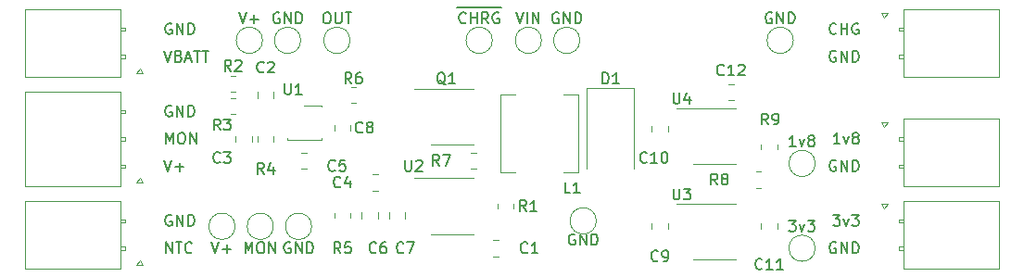
<source format=gto>
G04 #@! TF.GenerationSoftware,KiCad,Pcbnew,(5.1.10)-1*
G04 #@! TF.CreationDate,2021-10-18T13:49:48+01:00*
G04 #@! TF.ProjectId,Battery,42617474-6572-4792-9e6b-696361645f70,1*
G04 #@! TF.SameCoordinates,Original*
G04 #@! TF.FileFunction,Legend,Top*
G04 #@! TF.FilePolarity,Positive*
%FSLAX46Y46*%
G04 Gerber Fmt 4.6, Leading zero omitted, Abs format (unit mm)*
G04 Created by KiCad (PCBNEW (5.1.10)-1) date 2021-10-18 13:49:48*
%MOMM*%
%LPD*%
G01*
G04 APERTURE LIST*
%ADD10C,0.200000*%
%ADD11C,0.120000*%
%ADD12C,0.150000*%
%ADD13C,2.000000*%
%ADD14R,1.550000X2.400000*%
%ADD15R,0.650000X0.350000*%
%ADD16R,3.600000X3.100000*%
%ADD17O,2.200000X1.700000*%
%ADD18C,1.700000*%
%ADD19R,2.300000X3.500000*%
G04 APERTURE END LIST*
D10*
X179584285Y-101000000D02*
X179489047Y-100952380D01*
X179346190Y-100952380D01*
X179203333Y-101000000D01*
X179108095Y-101095238D01*
X179060476Y-101190476D01*
X179012857Y-101380952D01*
X179012857Y-101523809D01*
X179060476Y-101714285D01*
X179108095Y-101809523D01*
X179203333Y-101904761D01*
X179346190Y-101952380D01*
X179441428Y-101952380D01*
X179584285Y-101904761D01*
X179631904Y-101857142D01*
X179631904Y-101523809D01*
X179441428Y-101523809D01*
X180060476Y-101952380D02*
X180060476Y-100952380D01*
X180631904Y-101952380D01*
X180631904Y-100952380D01*
X181108095Y-101952380D02*
X181108095Y-100952380D01*
X181346190Y-100952380D01*
X181489047Y-101000000D01*
X181584285Y-101095238D01*
X181631904Y-101190476D01*
X181679523Y-101380952D01*
X181679523Y-101523809D01*
X181631904Y-101714285D01*
X181584285Y-101809523D01*
X181489047Y-101904761D01*
X181346190Y-101952380D01*
X181108095Y-101952380D01*
X179631904Y-99357142D02*
X179584285Y-99404761D01*
X179441428Y-99452380D01*
X179346190Y-99452380D01*
X179203333Y-99404761D01*
X179108095Y-99309523D01*
X179060476Y-99214285D01*
X179012857Y-99023809D01*
X179012857Y-98880952D01*
X179060476Y-98690476D01*
X179108095Y-98595238D01*
X179203333Y-98500000D01*
X179346190Y-98452380D01*
X179441428Y-98452380D01*
X179584285Y-98500000D01*
X179631904Y-98547619D01*
X180060476Y-99452380D02*
X180060476Y-98452380D01*
X180060476Y-98928571D02*
X180631904Y-98928571D01*
X180631904Y-99452380D02*
X180631904Y-98452380D01*
X181631904Y-98500000D02*
X181536666Y-98452380D01*
X181393809Y-98452380D01*
X181250952Y-98500000D01*
X181155714Y-98595238D01*
X181108095Y-98690476D01*
X181060476Y-98880952D01*
X181060476Y-99023809D01*
X181108095Y-99214285D01*
X181155714Y-99309523D01*
X181250952Y-99404761D01*
X181393809Y-99452380D01*
X181489047Y-99452380D01*
X181631904Y-99404761D01*
X181679523Y-99357142D01*
X181679523Y-99023809D01*
X181489047Y-99023809D01*
X179965238Y-109452380D02*
X179393809Y-109452380D01*
X179679523Y-109452380D02*
X179679523Y-108452380D01*
X179584285Y-108595238D01*
X179489047Y-108690476D01*
X179393809Y-108738095D01*
X180298571Y-108785714D02*
X180536666Y-109452380D01*
X180774761Y-108785714D01*
X181298571Y-108880952D02*
X181203333Y-108833333D01*
X181155714Y-108785714D01*
X181108095Y-108690476D01*
X181108095Y-108642857D01*
X181155714Y-108547619D01*
X181203333Y-108500000D01*
X181298571Y-108452380D01*
X181489047Y-108452380D01*
X181584285Y-108500000D01*
X181631904Y-108547619D01*
X181679523Y-108642857D01*
X181679523Y-108690476D01*
X181631904Y-108785714D01*
X181584285Y-108833333D01*
X181489047Y-108880952D01*
X181298571Y-108880952D01*
X181203333Y-108928571D01*
X181155714Y-108976190D01*
X181108095Y-109071428D01*
X181108095Y-109261904D01*
X181155714Y-109357142D01*
X181203333Y-109404761D01*
X181298571Y-109452380D01*
X181489047Y-109452380D01*
X181584285Y-109404761D01*
X181631904Y-109357142D01*
X181679523Y-109261904D01*
X181679523Y-109071428D01*
X181631904Y-108976190D01*
X181584285Y-108928571D01*
X181489047Y-108880952D01*
X179346190Y-115952380D02*
X179965238Y-115952380D01*
X179631904Y-116333333D01*
X179774761Y-116333333D01*
X179870000Y-116380952D01*
X179917619Y-116428571D01*
X179965238Y-116523809D01*
X179965238Y-116761904D01*
X179917619Y-116857142D01*
X179870000Y-116904761D01*
X179774761Y-116952380D01*
X179489047Y-116952380D01*
X179393809Y-116904761D01*
X179346190Y-116857142D01*
X180298571Y-116285714D02*
X180536666Y-116952380D01*
X180774761Y-116285714D01*
X181060476Y-115952380D02*
X181679523Y-115952380D01*
X181346190Y-116333333D01*
X181489047Y-116333333D01*
X181584285Y-116380952D01*
X181631904Y-116428571D01*
X181679523Y-116523809D01*
X181679523Y-116761904D01*
X181631904Y-116857142D01*
X181584285Y-116904761D01*
X181489047Y-116952380D01*
X181203333Y-116952380D01*
X181108095Y-116904761D01*
X181060476Y-116857142D01*
X179584285Y-118500000D02*
X179489047Y-118452380D01*
X179346190Y-118452380D01*
X179203333Y-118500000D01*
X179108095Y-118595238D01*
X179060476Y-118690476D01*
X179012857Y-118880952D01*
X179012857Y-119023809D01*
X179060476Y-119214285D01*
X179108095Y-119309523D01*
X179203333Y-119404761D01*
X179346190Y-119452380D01*
X179441428Y-119452380D01*
X179584285Y-119404761D01*
X179631904Y-119357142D01*
X179631904Y-119023809D01*
X179441428Y-119023809D01*
X180060476Y-119452380D02*
X180060476Y-118452380D01*
X180631904Y-119452380D01*
X180631904Y-118452380D01*
X181108095Y-119452380D02*
X181108095Y-118452380D01*
X181346190Y-118452380D01*
X181489047Y-118500000D01*
X181584285Y-118595238D01*
X181631904Y-118690476D01*
X181679523Y-118880952D01*
X181679523Y-119023809D01*
X181631904Y-119214285D01*
X181584285Y-119309523D01*
X181489047Y-119404761D01*
X181346190Y-119452380D01*
X181108095Y-119452380D01*
X179584285Y-111000000D02*
X179489047Y-110952380D01*
X179346190Y-110952380D01*
X179203333Y-111000000D01*
X179108095Y-111095238D01*
X179060476Y-111190476D01*
X179012857Y-111380952D01*
X179012857Y-111523809D01*
X179060476Y-111714285D01*
X179108095Y-111809523D01*
X179203333Y-111904761D01*
X179346190Y-111952380D01*
X179441428Y-111952380D01*
X179584285Y-111904761D01*
X179631904Y-111857142D01*
X179631904Y-111523809D01*
X179441428Y-111523809D01*
X180060476Y-111952380D02*
X180060476Y-110952380D01*
X180631904Y-111952380D01*
X180631904Y-110952380D01*
X181108095Y-111952380D02*
X181108095Y-110952380D01*
X181346190Y-110952380D01*
X181489047Y-111000000D01*
X181584285Y-111095238D01*
X181631904Y-111190476D01*
X181679523Y-111380952D01*
X181679523Y-111523809D01*
X181631904Y-111714285D01*
X181584285Y-111809523D01*
X181489047Y-111904761D01*
X181346190Y-111952380D01*
X181108095Y-111952380D01*
X118225238Y-100952380D02*
X118558571Y-101952380D01*
X118891904Y-100952380D01*
X119558571Y-101428571D02*
X119701428Y-101476190D01*
X119749047Y-101523809D01*
X119796666Y-101619047D01*
X119796666Y-101761904D01*
X119749047Y-101857142D01*
X119701428Y-101904761D01*
X119606190Y-101952380D01*
X119225238Y-101952380D01*
X119225238Y-100952380D01*
X119558571Y-100952380D01*
X119653809Y-101000000D01*
X119701428Y-101047619D01*
X119749047Y-101142857D01*
X119749047Y-101238095D01*
X119701428Y-101333333D01*
X119653809Y-101380952D01*
X119558571Y-101428571D01*
X119225238Y-101428571D01*
X120177619Y-101666666D02*
X120653809Y-101666666D01*
X120082380Y-101952380D02*
X120415714Y-100952380D01*
X120749047Y-101952380D01*
X120939523Y-100952380D02*
X121510952Y-100952380D01*
X121225238Y-101952380D02*
X121225238Y-100952380D01*
X121701428Y-100952380D02*
X122272857Y-100952380D01*
X121987142Y-101952380D02*
X121987142Y-100952380D01*
X118891904Y-98500000D02*
X118796666Y-98452380D01*
X118653809Y-98452380D01*
X118510952Y-98500000D01*
X118415714Y-98595238D01*
X118368095Y-98690476D01*
X118320476Y-98880952D01*
X118320476Y-99023809D01*
X118368095Y-99214285D01*
X118415714Y-99309523D01*
X118510952Y-99404761D01*
X118653809Y-99452380D01*
X118749047Y-99452380D01*
X118891904Y-99404761D01*
X118939523Y-99357142D01*
X118939523Y-99023809D01*
X118749047Y-99023809D01*
X119368095Y-99452380D02*
X119368095Y-98452380D01*
X119939523Y-99452380D01*
X119939523Y-98452380D01*
X120415714Y-99452380D02*
X120415714Y-98452380D01*
X120653809Y-98452380D01*
X120796666Y-98500000D01*
X120891904Y-98595238D01*
X120939523Y-98690476D01*
X120987142Y-98880952D01*
X120987142Y-99023809D01*
X120939523Y-99214285D01*
X120891904Y-99309523D01*
X120796666Y-99404761D01*
X120653809Y-99452380D01*
X120415714Y-99452380D01*
X118368095Y-119452380D02*
X118368095Y-118452380D01*
X118939523Y-119452380D01*
X118939523Y-118452380D01*
X119272857Y-118452380D02*
X119844285Y-118452380D01*
X119558571Y-119452380D02*
X119558571Y-118452380D01*
X120749047Y-119357142D02*
X120701428Y-119404761D01*
X120558571Y-119452380D01*
X120463333Y-119452380D01*
X120320476Y-119404761D01*
X120225238Y-119309523D01*
X120177619Y-119214285D01*
X120130000Y-119023809D01*
X120130000Y-118880952D01*
X120177619Y-118690476D01*
X120225238Y-118595238D01*
X120320476Y-118500000D01*
X120463333Y-118452380D01*
X120558571Y-118452380D01*
X120701428Y-118500000D01*
X120749047Y-118547619D01*
X118891904Y-116000000D02*
X118796666Y-115952380D01*
X118653809Y-115952380D01*
X118510952Y-116000000D01*
X118415714Y-116095238D01*
X118368095Y-116190476D01*
X118320476Y-116380952D01*
X118320476Y-116523809D01*
X118368095Y-116714285D01*
X118415714Y-116809523D01*
X118510952Y-116904761D01*
X118653809Y-116952380D01*
X118749047Y-116952380D01*
X118891904Y-116904761D01*
X118939523Y-116857142D01*
X118939523Y-116523809D01*
X118749047Y-116523809D01*
X119368095Y-116952380D02*
X119368095Y-115952380D01*
X119939523Y-116952380D01*
X119939523Y-115952380D01*
X120415714Y-116952380D02*
X120415714Y-115952380D01*
X120653809Y-115952380D01*
X120796666Y-116000000D01*
X120891904Y-116095238D01*
X120939523Y-116190476D01*
X120987142Y-116380952D01*
X120987142Y-116523809D01*
X120939523Y-116714285D01*
X120891904Y-116809523D01*
X120796666Y-116904761D01*
X120653809Y-116952380D01*
X120415714Y-116952380D01*
X118891904Y-106000000D02*
X118796666Y-105952380D01*
X118653809Y-105952380D01*
X118510952Y-106000000D01*
X118415714Y-106095238D01*
X118368095Y-106190476D01*
X118320476Y-106380952D01*
X118320476Y-106523809D01*
X118368095Y-106714285D01*
X118415714Y-106809523D01*
X118510952Y-106904761D01*
X118653809Y-106952380D01*
X118749047Y-106952380D01*
X118891904Y-106904761D01*
X118939523Y-106857142D01*
X118939523Y-106523809D01*
X118749047Y-106523809D01*
X119368095Y-106952380D02*
X119368095Y-105952380D01*
X119939523Y-106952380D01*
X119939523Y-105952380D01*
X120415714Y-106952380D02*
X120415714Y-105952380D01*
X120653809Y-105952380D01*
X120796666Y-106000000D01*
X120891904Y-106095238D01*
X120939523Y-106190476D01*
X120987142Y-106380952D01*
X120987142Y-106523809D01*
X120939523Y-106714285D01*
X120891904Y-106809523D01*
X120796666Y-106904761D01*
X120653809Y-106952380D01*
X120415714Y-106952380D01*
X118368095Y-109452380D02*
X118368095Y-108452380D01*
X118701428Y-109166666D01*
X119034761Y-108452380D01*
X119034761Y-109452380D01*
X119701428Y-108452380D02*
X119891904Y-108452380D01*
X119987142Y-108500000D01*
X120082380Y-108595238D01*
X120130000Y-108785714D01*
X120130000Y-109119047D01*
X120082380Y-109309523D01*
X119987142Y-109404761D01*
X119891904Y-109452380D01*
X119701428Y-109452380D01*
X119606190Y-109404761D01*
X119510952Y-109309523D01*
X119463333Y-109119047D01*
X119463333Y-108785714D01*
X119510952Y-108595238D01*
X119606190Y-108500000D01*
X119701428Y-108452380D01*
X120558571Y-109452380D02*
X120558571Y-108452380D01*
X121130000Y-109452380D01*
X121130000Y-108452380D01*
X118225238Y-110952380D02*
X118558571Y-111952380D01*
X118891904Y-110952380D01*
X119225238Y-111571428D02*
X119987142Y-111571428D01*
X119606190Y-111952380D02*
X119606190Y-111190476D01*
X175309523Y-116452380D02*
X175928571Y-116452380D01*
X175595238Y-116833333D01*
X175738095Y-116833333D01*
X175833333Y-116880952D01*
X175880952Y-116928571D01*
X175928571Y-117023809D01*
X175928571Y-117261904D01*
X175880952Y-117357142D01*
X175833333Y-117404761D01*
X175738095Y-117452380D01*
X175452380Y-117452380D01*
X175357142Y-117404761D01*
X175309523Y-117357142D01*
X176261904Y-116785714D02*
X176500000Y-117452380D01*
X176738095Y-116785714D01*
X177023809Y-116452380D02*
X177642857Y-116452380D01*
X177309523Y-116833333D01*
X177452380Y-116833333D01*
X177547619Y-116880952D01*
X177595238Y-116928571D01*
X177642857Y-117023809D01*
X177642857Y-117261904D01*
X177595238Y-117357142D01*
X177547619Y-117404761D01*
X177452380Y-117452380D01*
X177166666Y-117452380D01*
X177071428Y-117404761D01*
X177023809Y-117357142D01*
X175928571Y-109702380D02*
X175357142Y-109702380D01*
X175642857Y-109702380D02*
X175642857Y-108702380D01*
X175547619Y-108845238D01*
X175452380Y-108940476D01*
X175357142Y-108988095D01*
X176261904Y-109035714D02*
X176500000Y-109702380D01*
X176738095Y-109035714D01*
X177261904Y-109130952D02*
X177166666Y-109083333D01*
X177119047Y-109035714D01*
X177071428Y-108940476D01*
X177071428Y-108892857D01*
X177119047Y-108797619D01*
X177166666Y-108750000D01*
X177261904Y-108702380D01*
X177452380Y-108702380D01*
X177547619Y-108750000D01*
X177595238Y-108797619D01*
X177642857Y-108892857D01*
X177642857Y-108940476D01*
X177595238Y-109035714D01*
X177547619Y-109083333D01*
X177452380Y-109130952D01*
X177261904Y-109130952D01*
X177166666Y-109178571D01*
X177119047Y-109226190D01*
X177071428Y-109321428D01*
X177071428Y-109511904D01*
X177119047Y-109607142D01*
X177166666Y-109654761D01*
X177261904Y-109702380D01*
X177452380Y-109702380D01*
X177547619Y-109654761D01*
X177595238Y-109607142D01*
X177642857Y-109511904D01*
X177642857Y-109321428D01*
X177595238Y-109226190D01*
X177547619Y-109178571D01*
X177452380Y-109130952D01*
X173738095Y-97500000D02*
X173642857Y-97452380D01*
X173500000Y-97452380D01*
X173357142Y-97500000D01*
X173261904Y-97595238D01*
X173214285Y-97690476D01*
X173166666Y-97880952D01*
X173166666Y-98023809D01*
X173214285Y-98214285D01*
X173261904Y-98309523D01*
X173357142Y-98404761D01*
X173500000Y-98452380D01*
X173595238Y-98452380D01*
X173738095Y-98404761D01*
X173785714Y-98357142D01*
X173785714Y-98023809D01*
X173595238Y-98023809D01*
X174214285Y-98452380D02*
X174214285Y-97452380D01*
X174785714Y-98452380D01*
X174785714Y-97452380D01*
X175261904Y-98452380D02*
X175261904Y-97452380D01*
X175500000Y-97452380D01*
X175642857Y-97500000D01*
X175738095Y-97595238D01*
X175785714Y-97690476D01*
X175833333Y-97880952D01*
X175833333Y-98023809D01*
X175785714Y-98214285D01*
X175738095Y-98309523D01*
X175642857Y-98404761D01*
X175500000Y-98452380D01*
X175261904Y-98452380D01*
X155738095Y-117750000D02*
X155642857Y-117702380D01*
X155500000Y-117702380D01*
X155357142Y-117750000D01*
X155261904Y-117845238D01*
X155214285Y-117940476D01*
X155166666Y-118130952D01*
X155166666Y-118273809D01*
X155214285Y-118464285D01*
X155261904Y-118559523D01*
X155357142Y-118654761D01*
X155500000Y-118702380D01*
X155595238Y-118702380D01*
X155738095Y-118654761D01*
X155785714Y-118607142D01*
X155785714Y-118273809D01*
X155595238Y-118273809D01*
X156214285Y-118702380D02*
X156214285Y-117702380D01*
X156785714Y-118702380D01*
X156785714Y-117702380D01*
X157261904Y-118702380D02*
X157261904Y-117702380D01*
X157500000Y-117702380D01*
X157642857Y-117750000D01*
X157738095Y-117845238D01*
X157785714Y-117940476D01*
X157833333Y-118130952D01*
X157833333Y-118273809D01*
X157785714Y-118464285D01*
X157738095Y-118559523D01*
X157642857Y-118654761D01*
X157500000Y-118702380D01*
X157261904Y-118702380D01*
X154238095Y-97500000D02*
X154142857Y-97452380D01*
X154000000Y-97452380D01*
X153857142Y-97500000D01*
X153761904Y-97595238D01*
X153714285Y-97690476D01*
X153666666Y-97880952D01*
X153666666Y-98023809D01*
X153714285Y-98214285D01*
X153761904Y-98309523D01*
X153857142Y-98404761D01*
X154000000Y-98452380D01*
X154095238Y-98452380D01*
X154238095Y-98404761D01*
X154285714Y-98357142D01*
X154285714Y-98023809D01*
X154095238Y-98023809D01*
X154714285Y-98452380D02*
X154714285Y-97452380D01*
X155285714Y-98452380D01*
X155285714Y-97452380D01*
X155761904Y-98452380D02*
X155761904Y-97452380D01*
X156000000Y-97452380D01*
X156142857Y-97500000D01*
X156238095Y-97595238D01*
X156285714Y-97690476D01*
X156333333Y-97880952D01*
X156333333Y-98023809D01*
X156285714Y-98214285D01*
X156238095Y-98309523D01*
X156142857Y-98404761D01*
X156000000Y-98452380D01*
X155761904Y-98452380D01*
X150404761Y-97452380D02*
X150738095Y-98452380D01*
X151071428Y-97452380D01*
X151404761Y-98452380D02*
X151404761Y-97452380D01*
X151880952Y-98452380D02*
X151880952Y-97452380D01*
X152452380Y-98452380D01*
X152452380Y-97452380D01*
X128738095Y-97500000D02*
X128642857Y-97452380D01*
X128500000Y-97452380D01*
X128357142Y-97500000D01*
X128261904Y-97595238D01*
X128214285Y-97690476D01*
X128166666Y-97880952D01*
X128166666Y-98023809D01*
X128214285Y-98214285D01*
X128261904Y-98309523D01*
X128357142Y-98404761D01*
X128500000Y-98452380D01*
X128595238Y-98452380D01*
X128738095Y-98404761D01*
X128785714Y-98357142D01*
X128785714Y-98023809D01*
X128595238Y-98023809D01*
X129214285Y-98452380D02*
X129214285Y-97452380D01*
X129785714Y-98452380D01*
X129785714Y-97452380D01*
X130261904Y-98452380D02*
X130261904Y-97452380D01*
X130500000Y-97452380D01*
X130642857Y-97500000D01*
X130738095Y-97595238D01*
X130785714Y-97690476D01*
X130833333Y-97880952D01*
X130833333Y-98023809D01*
X130785714Y-98214285D01*
X130738095Y-98309523D01*
X130642857Y-98404761D01*
X130500000Y-98452380D01*
X130261904Y-98452380D01*
X125047619Y-97452380D02*
X125380952Y-98452380D01*
X125714285Y-97452380D01*
X126047619Y-98071428D02*
X126809523Y-98071428D01*
X126428571Y-98452380D02*
X126428571Y-97690476D01*
X129738095Y-118500000D02*
X129642857Y-118452380D01*
X129500000Y-118452380D01*
X129357142Y-118500000D01*
X129261904Y-118595238D01*
X129214285Y-118690476D01*
X129166666Y-118880952D01*
X129166666Y-119023809D01*
X129214285Y-119214285D01*
X129261904Y-119309523D01*
X129357142Y-119404761D01*
X129500000Y-119452380D01*
X129595238Y-119452380D01*
X129738095Y-119404761D01*
X129785714Y-119357142D01*
X129785714Y-119023809D01*
X129595238Y-119023809D01*
X130214285Y-119452380D02*
X130214285Y-118452380D01*
X130785714Y-119452380D01*
X130785714Y-118452380D01*
X131261904Y-119452380D02*
X131261904Y-118452380D01*
X131500000Y-118452380D01*
X131642857Y-118500000D01*
X131738095Y-118595238D01*
X131785714Y-118690476D01*
X131833333Y-118880952D01*
X131833333Y-119023809D01*
X131785714Y-119214285D01*
X131738095Y-119309523D01*
X131642857Y-119404761D01*
X131500000Y-119452380D01*
X131261904Y-119452380D01*
X125619047Y-119452380D02*
X125619047Y-118452380D01*
X125952380Y-119166666D01*
X126285714Y-118452380D01*
X126285714Y-119452380D01*
X126952380Y-118452380D02*
X127142857Y-118452380D01*
X127238095Y-118500000D01*
X127333333Y-118595238D01*
X127380952Y-118785714D01*
X127380952Y-119119047D01*
X127333333Y-119309523D01*
X127238095Y-119404761D01*
X127142857Y-119452380D01*
X126952380Y-119452380D01*
X126857142Y-119404761D01*
X126761904Y-119309523D01*
X126714285Y-119119047D01*
X126714285Y-118785714D01*
X126761904Y-118595238D01*
X126857142Y-118500000D01*
X126952380Y-118452380D01*
X127809523Y-119452380D02*
X127809523Y-118452380D01*
X128380952Y-119452380D01*
X128380952Y-118452380D01*
X122547619Y-118452380D02*
X122880952Y-119452380D01*
X123214285Y-118452380D01*
X123547619Y-119071428D02*
X124309523Y-119071428D01*
X123928571Y-119452380D02*
X123928571Y-118690476D01*
X144976190Y-97020000D02*
X145976190Y-97020000D01*
X145785714Y-98357142D02*
X145738095Y-98404761D01*
X145595238Y-98452380D01*
X145500000Y-98452380D01*
X145357142Y-98404761D01*
X145261904Y-98309523D01*
X145214285Y-98214285D01*
X145166666Y-98023809D01*
X145166666Y-97880952D01*
X145214285Y-97690476D01*
X145261904Y-97595238D01*
X145357142Y-97500000D01*
X145500000Y-97452380D01*
X145595238Y-97452380D01*
X145738095Y-97500000D01*
X145785714Y-97547619D01*
X145976190Y-97020000D02*
X147023809Y-97020000D01*
X146214285Y-98452380D02*
X146214285Y-97452380D01*
X146214285Y-97928571D02*
X146785714Y-97928571D01*
X146785714Y-98452380D02*
X146785714Y-97452380D01*
X147023809Y-97020000D02*
X148023809Y-97020000D01*
X147833333Y-98452380D02*
X147500000Y-97976190D01*
X147261904Y-98452380D02*
X147261904Y-97452380D01*
X147642857Y-97452380D01*
X147738095Y-97500000D01*
X147785714Y-97547619D01*
X147833333Y-97642857D01*
X147833333Y-97785714D01*
X147785714Y-97880952D01*
X147738095Y-97928571D01*
X147642857Y-97976190D01*
X147261904Y-97976190D01*
X148023809Y-97020000D02*
X149023809Y-97020000D01*
X148785714Y-97500000D02*
X148690476Y-97452380D01*
X148547619Y-97452380D01*
X148404761Y-97500000D01*
X148309523Y-97595238D01*
X148261904Y-97690476D01*
X148214285Y-97880952D01*
X148214285Y-98023809D01*
X148261904Y-98214285D01*
X148309523Y-98309523D01*
X148404761Y-98404761D01*
X148547619Y-98452380D01*
X148642857Y-98452380D01*
X148785714Y-98404761D01*
X148833333Y-98357142D01*
X148833333Y-98023809D01*
X148642857Y-98023809D01*
X133000000Y-97452380D02*
X133190476Y-97452380D01*
X133285714Y-97500000D01*
X133380952Y-97595238D01*
X133428571Y-97785714D01*
X133428571Y-98119047D01*
X133380952Y-98309523D01*
X133285714Y-98404761D01*
X133190476Y-98452380D01*
X133000000Y-98452380D01*
X132904761Y-98404761D01*
X132809523Y-98309523D01*
X132761904Y-98119047D01*
X132761904Y-97785714D01*
X132809523Y-97595238D01*
X132904761Y-97500000D01*
X133000000Y-97452380D01*
X133857142Y-97452380D02*
X133857142Y-98261904D01*
X133904761Y-98357142D01*
X133952380Y-98404761D01*
X134047619Y-98452380D01*
X134238095Y-98452380D01*
X134333333Y-98404761D01*
X134380952Y-98357142D01*
X134428571Y-98261904D01*
X134428571Y-97452380D01*
X134761904Y-97452380D02*
X135333333Y-97452380D01*
X135047619Y-98452380D02*
X135047619Y-97452380D01*
D11*
X157700000Y-116500000D02*
G75*
G03*
X157700000Y-116500000I-1200000J0D01*
G01*
X175700000Y-100000000D02*
G75*
G03*
X175700000Y-100000000I-1200000J0D01*
G01*
X156200000Y-100000000D02*
G75*
G03*
X156200000Y-100000000I-1200000J0D01*
G01*
X128235000Y-104738748D02*
X128235000Y-105261252D01*
X126765000Y-104738748D02*
X126765000Y-105261252D01*
X168500000Y-106190000D02*
X165050000Y-106190000D01*
X168500000Y-106190000D02*
X170450000Y-106190000D01*
X168500000Y-111310000D02*
X166550000Y-111310000D01*
X168500000Y-111310000D02*
X170450000Y-111310000D01*
X168500000Y-114940000D02*
X165050000Y-114940000D01*
X168500000Y-114940000D02*
X170450000Y-114940000D01*
X168500000Y-120060000D02*
X166550000Y-120060000D01*
X168500000Y-120060000D02*
X170450000Y-120060000D01*
X144540000Y-117730000D02*
X146490000Y-117730000D01*
X144540000Y-117730000D02*
X142590000Y-117730000D01*
X144540000Y-112610000D02*
X146490000Y-112610000D01*
X144540000Y-112610000D02*
X141090000Y-112610000D01*
X132560000Y-105940000D02*
X132560000Y-106090000D01*
X129440000Y-109060000D02*
X129440000Y-108910000D01*
X131000000Y-105940000D02*
X132560000Y-105940000D01*
X129440000Y-109060000D02*
X132560000Y-109060000D01*
X132560000Y-109060000D02*
X132560000Y-108910000D01*
X131700000Y-117000000D02*
G75*
G03*
X131700000Y-117000000I-1200000J0D01*
G01*
X128200000Y-117000000D02*
G75*
G03*
X128200000Y-117000000I-1200000J0D01*
G01*
X124700000Y-117000000D02*
G75*
G03*
X124700000Y-117000000I-1200000J0D01*
G01*
X177700000Y-111250000D02*
G75*
G03*
X177700000Y-111250000I-1200000J0D01*
G01*
X177700000Y-119000000D02*
G75*
G03*
X177700000Y-119000000I-1200000J0D01*
G01*
X148200000Y-100000000D02*
G75*
G03*
X148200000Y-100000000I-1200000J0D01*
G01*
X152700000Y-100000000D02*
G75*
G03*
X152700000Y-100000000I-1200000J0D01*
G01*
X135200000Y-100000000D02*
G75*
G03*
X135200000Y-100000000I-1200000J0D01*
G01*
X130700000Y-100000000D02*
G75*
G03*
X130700000Y-100000000I-1200000J0D01*
G01*
X127200000Y-100000000D02*
G75*
G03*
X127200000Y-100000000I-1200000J0D01*
G01*
X172765000Y-109977064D02*
X172765000Y-109522936D01*
X174235000Y-109977064D02*
X174235000Y-109522936D01*
X172727064Y-113485000D02*
X172272936Y-113485000D01*
X172727064Y-112015000D02*
X172272936Y-112015000D01*
X146272936Y-111735000D02*
X146727064Y-111735000D01*
X146272936Y-110265000D02*
X146727064Y-110265000D01*
X135727064Y-104265000D02*
X135272936Y-104265000D01*
X135727064Y-105735000D02*
X135272936Y-105735000D01*
X133765000Y-115772936D02*
X133765000Y-116227064D01*
X135235000Y-115772936D02*
X135235000Y-116227064D01*
X128235000Y-109227064D02*
X128235000Y-108772936D01*
X126765000Y-109227064D02*
X126765000Y-108772936D01*
X124272936Y-106735000D02*
X124727064Y-106735000D01*
X124272936Y-105265000D02*
X124727064Y-105265000D01*
X124272936Y-104735000D02*
X124727064Y-104735000D01*
X124272936Y-103265000D02*
X124727064Y-103265000D01*
X150135000Y-115397064D02*
X150135000Y-114942936D01*
X148665000Y-115397064D02*
X148665000Y-114942936D01*
X144500000Y-109560000D02*
X146450000Y-109560000D01*
X144500000Y-109560000D02*
X142550000Y-109560000D01*
X144500000Y-104440000D02*
X146450000Y-104440000D01*
X144500000Y-104440000D02*
X141050000Y-104440000D01*
X150300000Y-104950000D02*
X148950000Y-104950000D01*
X148950000Y-104950000D02*
X148950000Y-112050000D01*
X148950000Y-112050000D02*
X150300000Y-112050000D01*
X154700000Y-104950000D02*
X156050000Y-104950000D01*
X156050000Y-104950000D02*
X156050000Y-112050000D01*
X156050000Y-112050000D02*
X154700000Y-112050000D01*
X114190000Y-120830000D02*
X114190000Y-114670000D01*
X114190000Y-114670000D02*
X105510000Y-114670000D01*
X105510000Y-114670000D02*
X105510000Y-120830000D01*
X105510000Y-120830000D02*
X114190000Y-120830000D01*
X114190000Y-118850000D02*
X114190000Y-119150000D01*
X114190000Y-119150000D02*
X114640000Y-119150000D01*
X114640000Y-119150000D02*
X114640000Y-118850000D01*
X114640000Y-118850000D02*
X114190000Y-118850000D01*
X114190000Y-116350000D02*
X114190000Y-116650000D01*
X114190000Y-116650000D02*
X114640000Y-116650000D01*
X114640000Y-116650000D02*
X114640000Y-116350000D01*
X114640000Y-116350000D02*
X114190000Y-116350000D01*
X116000000Y-120110000D02*
X115700000Y-120534264D01*
X115700000Y-120534264D02*
X116300000Y-120534264D01*
X116300000Y-120534264D02*
X116000000Y-120110000D01*
X183700000Y-107465736D02*
X184000000Y-107890000D01*
X184300000Y-107465736D02*
X183700000Y-107465736D01*
X184000000Y-107890000D02*
X184300000Y-107465736D01*
X185360000Y-111650000D02*
X185810000Y-111650000D01*
X185360000Y-111350000D02*
X185360000Y-111650000D01*
X185810000Y-111350000D02*
X185360000Y-111350000D01*
X185810000Y-111650000D02*
X185810000Y-111350000D01*
X185360000Y-109150000D02*
X185810000Y-109150000D01*
X185360000Y-108850000D02*
X185360000Y-109150000D01*
X185810000Y-108850000D02*
X185360000Y-108850000D01*
X185810000Y-109150000D02*
X185810000Y-108850000D01*
X194490000Y-107170000D02*
X185810000Y-107170000D01*
X194490000Y-113330000D02*
X194490000Y-107170000D01*
X185810000Y-113330000D02*
X194490000Y-113330000D01*
X185810000Y-107170000D02*
X185810000Y-113330000D01*
X183700000Y-114965736D02*
X184000000Y-115390000D01*
X184300000Y-114965736D02*
X183700000Y-114965736D01*
X184000000Y-115390000D02*
X184300000Y-114965736D01*
X185360000Y-119150000D02*
X185810000Y-119150000D01*
X185360000Y-118850000D02*
X185360000Y-119150000D01*
X185810000Y-118850000D02*
X185360000Y-118850000D01*
X185810000Y-119150000D02*
X185810000Y-118850000D01*
X185360000Y-116650000D02*
X185810000Y-116650000D01*
X185360000Y-116350000D02*
X185360000Y-116650000D01*
X185810000Y-116350000D02*
X185360000Y-116350000D01*
X185810000Y-116650000D02*
X185810000Y-116350000D01*
X194490000Y-114670000D02*
X185810000Y-114670000D01*
X194490000Y-120830000D02*
X194490000Y-114670000D01*
X185810000Y-120830000D02*
X194490000Y-120830000D01*
X185810000Y-114670000D02*
X185810000Y-120830000D01*
X114190000Y-103330000D02*
X114190000Y-97170000D01*
X114190000Y-97170000D02*
X105510000Y-97170000D01*
X105510000Y-97170000D02*
X105510000Y-103330000D01*
X105510000Y-103330000D02*
X114190000Y-103330000D01*
X114190000Y-101350000D02*
X114190000Y-101650000D01*
X114190000Y-101650000D02*
X114640000Y-101650000D01*
X114640000Y-101650000D02*
X114640000Y-101350000D01*
X114640000Y-101350000D02*
X114190000Y-101350000D01*
X114190000Y-98850000D02*
X114190000Y-99150000D01*
X114190000Y-99150000D02*
X114640000Y-99150000D01*
X114640000Y-99150000D02*
X114640000Y-98850000D01*
X114640000Y-98850000D02*
X114190000Y-98850000D01*
X116000000Y-102610000D02*
X115700000Y-103034264D01*
X115700000Y-103034264D02*
X116300000Y-103034264D01*
X116300000Y-103034264D02*
X116000000Y-102610000D01*
X183700000Y-97465736D02*
X184000000Y-97890000D01*
X184300000Y-97465736D02*
X183700000Y-97465736D01*
X184000000Y-97890000D02*
X184300000Y-97465736D01*
X185360000Y-101650000D02*
X185810000Y-101650000D01*
X185360000Y-101350000D02*
X185360000Y-101650000D01*
X185810000Y-101350000D02*
X185360000Y-101350000D01*
X185810000Y-101650000D02*
X185810000Y-101350000D01*
X185360000Y-99150000D02*
X185810000Y-99150000D01*
X185360000Y-98850000D02*
X185360000Y-99150000D01*
X185810000Y-98850000D02*
X185360000Y-98850000D01*
X185810000Y-99150000D02*
X185810000Y-98850000D01*
X194490000Y-97170000D02*
X185810000Y-97170000D01*
X194490000Y-103330000D02*
X194490000Y-97170000D01*
X185810000Y-103330000D02*
X194490000Y-103330000D01*
X185810000Y-97170000D02*
X185810000Y-103330000D01*
X114190000Y-113330000D02*
X114190000Y-104670000D01*
X114190000Y-104670000D02*
X105510000Y-104670000D01*
X105510000Y-104670000D02*
X105510000Y-113330000D01*
X105510000Y-113330000D02*
X114190000Y-113330000D01*
X114190000Y-111350000D02*
X114190000Y-111650000D01*
X114190000Y-111650000D02*
X114640000Y-111650000D01*
X114640000Y-111650000D02*
X114640000Y-111350000D01*
X114640000Y-111350000D02*
X114190000Y-111350000D01*
X114190000Y-108850000D02*
X114190000Y-109150000D01*
X114190000Y-109150000D02*
X114640000Y-109150000D01*
X114640000Y-109150000D02*
X114640000Y-108850000D01*
X114640000Y-108850000D02*
X114190000Y-108850000D01*
X114190000Y-106350000D02*
X114190000Y-106650000D01*
X114190000Y-106650000D02*
X114640000Y-106650000D01*
X114640000Y-106650000D02*
X114640000Y-106350000D01*
X114640000Y-106350000D02*
X114190000Y-106350000D01*
X116000000Y-112610000D02*
X115700000Y-113034264D01*
X115700000Y-113034264D02*
X116300000Y-113034264D01*
X116300000Y-113034264D02*
X116000000Y-112610000D01*
X161150000Y-104400000D02*
X156850000Y-104400000D01*
X156850000Y-104400000D02*
X156850000Y-111700000D01*
X161150000Y-104400000D02*
X161150000Y-111700000D01*
X170261252Y-104015000D02*
X169738748Y-104015000D01*
X170261252Y-105485000D02*
X169738748Y-105485000D01*
X172765000Y-116738748D02*
X172765000Y-117261252D01*
X174235000Y-116738748D02*
X174235000Y-117261252D01*
X162765000Y-107838748D02*
X162765000Y-108361252D01*
X164235000Y-107838748D02*
X164235000Y-108361252D01*
X162765000Y-116738748D02*
X162765000Y-117261252D01*
X164235000Y-116738748D02*
X164235000Y-117261252D01*
X135235000Y-107738748D02*
X135235000Y-108261252D01*
X133765000Y-107738748D02*
X133765000Y-108261252D01*
X140235000Y-115738748D02*
X140235000Y-116261252D01*
X138765000Y-115738748D02*
X138765000Y-116261252D01*
X137735000Y-115738748D02*
X137735000Y-116261252D01*
X136265000Y-115738748D02*
X136265000Y-116261252D01*
X130738748Y-110265000D02*
X131261252Y-110265000D01*
X130738748Y-111735000D02*
X131261252Y-111735000D01*
X137761252Y-113735000D02*
X137238748Y-113735000D01*
X137761252Y-112265000D02*
X137238748Y-112265000D01*
X126235000Y-108738748D02*
X126235000Y-109261252D01*
X124765000Y-108738748D02*
X124765000Y-109261252D01*
X148761252Y-119735000D02*
X148238748Y-119735000D01*
X148761252Y-118265000D02*
X148238748Y-118265000D01*
D12*
X127333333Y-102857142D02*
X127285714Y-102904761D01*
X127142857Y-102952380D01*
X127047619Y-102952380D01*
X126904761Y-102904761D01*
X126809523Y-102809523D01*
X126761904Y-102714285D01*
X126714285Y-102523809D01*
X126714285Y-102380952D01*
X126761904Y-102190476D01*
X126809523Y-102095238D01*
X126904761Y-102000000D01*
X127047619Y-101952380D01*
X127142857Y-101952380D01*
X127285714Y-102000000D01*
X127333333Y-102047619D01*
X127714285Y-102047619D02*
X127761904Y-102000000D01*
X127857142Y-101952380D01*
X128095238Y-101952380D01*
X128190476Y-102000000D01*
X128238095Y-102047619D01*
X128285714Y-102142857D01*
X128285714Y-102238095D01*
X128238095Y-102380952D01*
X127666666Y-102952380D01*
X128285714Y-102952380D01*
X164738095Y-104802380D02*
X164738095Y-105611904D01*
X164785714Y-105707142D01*
X164833333Y-105754761D01*
X164928571Y-105802380D01*
X165119047Y-105802380D01*
X165214285Y-105754761D01*
X165261904Y-105707142D01*
X165309523Y-105611904D01*
X165309523Y-104802380D01*
X166214285Y-105135714D02*
X166214285Y-105802380D01*
X165976190Y-104754761D02*
X165738095Y-105469047D01*
X166357142Y-105469047D01*
X164738095Y-113552380D02*
X164738095Y-114361904D01*
X164785714Y-114457142D01*
X164833333Y-114504761D01*
X164928571Y-114552380D01*
X165119047Y-114552380D01*
X165214285Y-114504761D01*
X165261904Y-114457142D01*
X165309523Y-114361904D01*
X165309523Y-113552380D01*
X165690476Y-113552380D02*
X166309523Y-113552380D01*
X165976190Y-113933333D01*
X166119047Y-113933333D01*
X166214285Y-113980952D01*
X166261904Y-114028571D01*
X166309523Y-114123809D01*
X166309523Y-114361904D01*
X166261904Y-114457142D01*
X166214285Y-114504761D01*
X166119047Y-114552380D01*
X165833333Y-114552380D01*
X165738095Y-114504761D01*
X165690476Y-114457142D01*
X140238095Y-110952380D02*
X140238095Y-111761904D01*
X140285714Y-111857142D01*
X140333333Y-111904761D01*
X140428571Y-111952380D01*
X140619047Y-111952380D01*
X140714285Y-111904761D01*
X140761904Y-111857142D01*
X140809523Y-111761904D01*
X140809523Y-110952380D01*
X141238095Y-111047619D02*
X141285714Y-111000000D01*
X141380952Y-110952380D01*
X141619047Y-110952380D01*
X141714285Y-111000000D01*
X141761904Y-111047619D01*
X141809523Y-111142857D01*
X141809523Y-111238095D01*
X141761904Y-111380952D01*
X141190476Y-111952380D01*
X141809523Y-111952380D01*
X129238095Y-103952380D02*
X129238095Y-104761904D01*
X129285714Y-104857142D01*
X129333333Y-104904761D01*
X129428571Y-104952380D01*
X129619047Y-104952380D01*
X129714285Y-104904761D01*
X129761904Y-104857142D01*
X129809523Y-104761904D01*
X129809523Y-103952380D01*
X130809523Y-104952380D02*
X130238095Y-104952380D01*
X130523809Y-104952380D02*
X130523809Y-103952380D01*
X130428571Y-104095238D01*
X130333333Y-104190476D01*
X130238095Y-104238095D01*
X173407023Y-107702380D02*
X173073690Y-107226190D01*
X172835595Y-107702380D02*
X172835595Y-106702380D01*
X173216547Y-106702380D01*
X173311785Y-106750000D01*
X173359404Y-106797619D01*
X173407023Y-106892857D01*
X173407023Y-107035714D01*
X173359404Y-107130952D01*
X173311785Y-107178571D01*
X173216547Y-107226190D01*
X172835595Y-107226190D01*
X173883214Y-107702380D02*
X174073690Y-107702380D01*
X174168928Y-107654761D01*
X174216547Y-107607142D01*
X174311785Y-107464285D01*
X174359404Y-107273809D01*
X174359404Y-106892857D01*
X174311785Y-106797619D01*
X174264166Y-106750000D01*
X174168928Y-106702380D01*
X173978452Y-106702380D01*
X173883214Y-106750000D01*
X173835595Y-106797619D01*
X173787976Y-106892857D01*
X173787976Y-107130952D01*
X173835595Y-107226190D01*
X173883214Y-107273809D01*
X173978452Y-107321428D01*
X174168928Y-107321428D01*
X174264166Y-107273809D01*
X174311785Y-107226190D01*
X174359404Y-107130952D01*
X168759642Y-113202380D02*
X168426309Y-112726190D01*
X168188214Y-113202380D02*
X168188214Y-112202380D01*
X168569166Y-112202380D01*
X168664404Y-112250000D01*
X168712023Y-112297619D01*
X168759642Y-112392857D01*
X168759642Y-112535714D01*
X168712023Y-112630952D01*
X168664404Y-112678571D01*
X168569166Y-112726190D01*
X168188214Y-112726190D01*
X169331071Y-112630952D02*
X169235833Y-112583333D01*
X169188214Y-112535714D01*
X169140595Y-112440476D01*
X169140595Y-112392857D01*
X169188214Y-112297619D01*
X169235833Y-112250000D01*
X169331071Y-112202380D01*
X169521547Y-112202380D01*
X169616785Y-112250000D01*
X169664404Y-112297619D01*
X169712023Y-112392857D01*
X169712023Y-112440476D01*
X169664404Y-112535714D01*
X169616785Y-112583333D01*
X169521547Y-112630952D01*
X169331071Y-112630952D01*
X169235833Y-112678571D01*
X169188214Y-112726190D01*
X169140595Y-112821428D01*
X169140595Y-113011904D01*
X169188214Y-113107142D01*
X169235833Y-113154761D01*
X169331071Y-113202380D01*
X169521547Y-113202380D01*
X169616785Y-113154761D01*
X169664404Y-113107142D01*
X169712023Y-113011904D01*
X169712023Y-112821428D01*
X169664404Y-112726190D01*
X169616785Y-112678571D01*
X169521547Y-112630952D01*
X143333333Y-111452380D02*
X143000000Y-110976190D01*
X142761904Y-111452380D02*
X142761904Y-110452380D01*
X143142857Y-110452380D01*
X143238095Y-110500000D01*
X143285714Y-110547619D01*
X143333333Y-110642857D01*
X143333333Y-110785714D01*
X143285714Y-110880952D01*
X143238095Y-110928571D01*
X143142857Y-110976190D01*
X142761904Y-110976190D01*
X143666666Y-110452380D02*
X144333333Y-110452380D01*
X143904761Y-111452380D01*
X135333333Y-103952380D02*
X135000000Y-103476190D01*
X134761904Y-103952380D02*
X134761904Y-102952380D01*
X135142857Y-102952380D01*
X135238095Y-103000000D01*
X135285714Y-103047619D01*
X135333333Y-103142857D01*
X135333333Y-103285714D01*
X135285714Y-103380952D01*
X135238095Y-103428571D01*
X135142857Y-103476190D01*
X134761904Y-103476190D01*
X136190476Y-102952380D02*
X136000000Y-102952380D01*
X135904761Y-103000000D01*
X135857142Y-103047619D01*
X135761904Y-103190476D01*
X135714285Y-103380952D01*
X135714285Y-103761904D01*
X135761904Y-103857142D01*
X135809523Y-103904761D01*
X135904761Y-103952380D01*
X136095238Y-103952380D01*
X136190476Y-103904761D01*
X136238095Y-103857142D01*
X136285714Y-103761904D01*
X136285714Y-103523809D01*
X136238095Y-103428571D01*
X136190476Y-103380952D01*
X136095238Y-103333333D01*
X135904761Y-103333333D01*
X135809523Y-103380952D01*
X135761904Y-103428571D01*
X135714285Y-103523809D01*
X134333333Y-119452380D02*
X134000000Y-118976190D01*
X133761904Y-119452380D02*
X133761904Y-118452380D01*
X134142857Y-118452380D01*
X134238095Y-118500000D01*
X134285714Y-118547619D01*
X134333333Y-118642857D01*
X134333333Y-118785714D01*
X134285714Y-118880952D01*
X134238095Y-118928571D01*
X134142857Y-118976190D01*
X133761904Y-118976190D01*
X135238095Y-118452380D02*
X134761904Y-118452380D01*
X134714285Y-118928571D01*
X134761904Y-118880952D01*
X134857142Y-118833333D01*
X135095238Y-118833333D01*
X135190476Y-118880952D01*
X135238095Y-118928571D01*
X135285714Y-119023809D01*
X135285714Y-119261904D01*
X135238095Y-119357142D01*
X135190476Y-119404761D01*
X135095238Y-119452380D01*
X134857142Y-119452380D01*
X134761904Y-119404761D01*
X134714285Y-119357142D01*
X127333333Y-112202380D02*
X127000000Y-111726190D01*
X126761904Y-112202380D02*
X126761904Y-111202380D01*
X127142857Y-111202380D01*
X127238095Y-111250000D01*
X127285714Y-111297619D01*
X127333333Y-111392857D01*
X127333333Y-111535714D01*
X127285714Y-111630952D01*
X127238095Y-111678571D01*
X127142857Y-111726190D01*
X126761904Y-111726190D01*
X128190476Y-111535714D02*
X128190476Y-112202380D01*
X127952380Y-111154761D02*
X127714285Y-111869047D01*
X128333333Y-111869047D01*
X123333333Y-108202380D02*
X123000000Y-107726190D01*
X122761904Y-108202380D02*
X122761904Y-107202380D01*
X123142857Y-107202380D01*
X123238095Y-107250000D01*
X123285714Y-107297619D01*
X123333333Y-107392857D01*
X123333333Y-107535714D01*
X123285714Y-107630952D01*
X123238095Y-107678571D01*
X123142857Y-107726190D01*
X122761904Y-107726190D01*
X123666666Y-107202380D02*
X124285714Y-107202380D01*
X123952380Y-107583333D01*
X124095238Y-107583333D01*
X124190476Y-107630952D01*
X124238095Y-107678571D01*
X124285714Y-107773809D01*
X124285714Y-108011904D01*
X124238095Y-108107142D01*
X124190476Y-108154761D01*
X124095238Y-108202380D01*
X123809523Y-108202380D01*
X123714285Y-108154761D01*
X123666666Y-108107142D01*
X124333333Y-102802380D02*
X124000000Y-102326190D01*
X123761904Y-102802380D02*
X123761904Y-101802380D01*
X124142857Y-101802380D01*
X124238095Y-101850000D01*
X124285714Y-101897619D01*
X124333333Y-101992857D01*
X124333333Y-102135714D01*
X124285714Y-102230952D01*
X124238095Y-102278571D01*
X124142857Y-102326190D01*
X123761904Y-102326190D01*
X124714285Y-101897619D02*
X124761904Y-101850000D01*
X124857142Y-101802380D01*
X125095238Y-101802380D01*
X125190476Y-101850000D01*
X125238095Y-101897619D01*
X125285714Y-101992857D01*
X125285714Y-102088095D01*
X125238095Y-102230952D01*
X124666666Y-102802380D01*
X125285714Y-102802380D01*
X151307023Y-115622380D02*
X150973690Y-115146190D01*
X150735595Y-115622380D02*
X150735595Y-114622380D01*
X151116547Y-114622380D01*
X151211785Y-114670000D01*
X151259404Y-114717619D01*
X151307023Y-114812857D01*
X151307023Y-114955714D01*
X151259404Y-115050952D01*
X151211785Y-115098571D01*
X151116547Y-115146190D01*
X150735595Y-115146190D01*
X152259404Y-115622380D02*
X151687976Y-115622380D01*
X151973690Y-115622380D02*
X151973690Y-114622380D01*
X151878452Y-114765238D01*
X151783214Y-114860476D01*
X151687976Y-114908095D01*
X143904761Y-104047619D02*
X143809523Y-104000000D01*
X143714285Y-103904761D01*
X143571428Y-103761904D01*
X143476190Y-103714285D01*
X143380952Y-103714285D01*
X143428571Y-103952380D02*
X143333333Y-103904761D01*
X143238095Y-103809523D01*
X143190476Y-103619047D01*
X143190476Y-103285714D01*
X143238095Y-103095238D01*
X143333333Y-103000000D01*
X143428571Y-102952380D01*
X143619047Y-102952380D01*
X143714285Y-103000000D01*
X143809523Y-103095238D01*
X143857142Y-103285714D01*
X143857142Y-103619047D01*
X143809523Y-103809523D01*
X143714285Y-103904761D01*
X143619047Y-103952380D01*
X143428571Y-103952380D01*
X144809523Y-103952380D02*
X144238095Y-103952380D01*
X144523809Y-103952380D02*
X144523809Y-102952380D01*
X144428571Y-103095238D01*
X144333333Y-103190476D01*
X144238095Y-103238095D01*
X155333333Y-113952380D02*
X154857142Y-113952380D01*
X154857142Y-112952380D01*
X156190476Y-113952380D02*
X155619047Y-113952380D01*
X155904761Y-113952380D02*
X155904761Y-112952380D01*
X155809523Y-113095238D01*
X155714285Y-113190476D01*
X155619047Y-113238095D01*
X158261904Y-103952380D02*
X158261904Y-102952380D01*
X158500000Y-102952380D01*
X158642857Y-103000000D01*
X158738095Y-103095238D01*
X158785714Y-103190476D01*
X158833333Y-103380952D01*
X158833333Y-103523809D01*
X158785714Y-103714285D01*
X158738095Y-103809523D01*
X158642857Y-103904761D01*
X158500000Y-103952380D01*
X158261904Y-103952380D01*
X159785714Y-103952380D02*
X159214285Y-103952380D01*
X159500000Y-103952380D02*
X159500000Y-102952380D01*
X159404761Y-103095238D01*
X159309523Y-103190476D01*
X159214285Y-103238095D01*
X169357142Y-103107142D02*
X169309523Y-103154761D01*
X169166666Y-103202380D01*
X169071428Y-103202380D01*
X168928571Y-103154761D01*
X168833333Y-103059523D01*
X168785714Y-102964285D01*
X168738095Y-102773809D01*
X168738095Y-102630952D01*
X168785714Y-102440476D01*
X168833333Y-102345238D01*
X168928571Y-102250000D01*
X169071428Y-102202380D01*
X169166666Y-102202380D01*
X169309523Y-102250000D01*
X169357142Y-102297619D01*
X170309523Y-103202380D02*
X169738095Y-103202380D01*
X170023809Y-103202380D02*
X170023809Y-102202380D01*
X169928571Y-102345238D01*
X169833333Y-102440476D01*
X169738095Y-102488095D01*
X170690476Y-102297619D02*
X170738095Y-102250000D01*
X170833333Y-102202380D01*
X171071428Y-102202380D01*
X171166666Y-102250000D01*
X171214285Y-102297619D01*
X171261904Y-102392857D01*
X171261904Y-102488095D01*
X171214285Y-102630952D01*
X170642857Y-103202380D01*
X171261904Y-103202380D01*
X172857142Y-120857142D02*
X172809523Y-120904761D01*
X172666666Y-120952380D01*
X172571428Y-120952380D01*
X172428571Y-120904761D01*
X172333333Y-120809523D01*
X172285714Y-120714285D01*
X172238095Y-120523809D01*
X172238095Y-120380952D01*
X172285714Y-120190476D01*
X172333333Y-120095238D01*
X172428571Y-120000000D01*
X172571428Y-119952380D01*
X172666666Y-119952380D01*
X172809523Y-120000000D01*
X172857142Y-120047619D01*
X173809523Y-120952380D02*
X173238095Y-120952380D01*
X173523809Y-120952380D02*
X173523809Y-119952380D01*
X173428571Y-120095238D01*
X173333333Y-120190476D01*
X173238095Y-120238095D01*
X174761904Y-120952380D02*
X174190476Y-120952380D01*
X174476190Y-120952380D02*
X174476190Y-119952380D01*
X174380952Y-120095238D01*
X174285714Y-120190476D01*
X174190476Y-120238095D01*
X162307261Y-111107142D02*
X162259642Y-111154761D01*
X162116785Y-111202380D01*
X162021547Y-111202380D01*
X161878690Y-111154761D01*
X161783452Y-111059523D01*
X161735833Y-110964285D01*
X161688214Y-110773809D01*
X161688214Y-110630952D01*
X161735833Y-110440476D01*
X161783452Y-110345238D01*
X161878690Y-110250000D01*
X162021547Y-110202380D01*
X162116785Y-110202380D01*
X162259642Y-110250000D01*
X162307261Y-110297619D01*
X163259642Y-111202380D02*
X162688214Y-111202380D01*
X162973928Y-111202380D02*
X162973928Y-110202380D01*
X162878690Y-110345238D01*
X162783452Y-110440476D01*
X162688214Y-110488095D01*
X163878690Y-110202380D02*
X163973928Y-110202380D01*
X164069166Y-110250000D01*
X164116785Y-110297619D01*
X164164404Y-110392857D01*
X164212023Y-110583333D01*
X164212023Y-110821428D01*
X164164404Y-111011904D01*
X164116785Y-111107142D01*
X164069166Y-111154761D01*
X163973928Y-111202380D01*
X163878690Y-111202380D01*
X163783452Y-111154761D01*
X163735833Y-111107142D01*
X163688214Y-111011904D01*
X163640595Y-110821428D01*
X163640595Y-110583333D01*
X163688214Y-110392857D01*
X163735833Y-110297619D01*
X163783452Y-110250000D01*
X163878690Y-110202380D01*
X163333333Y-120107142D02*
X163285714Y-120154761D01*
X163142857Y-120202380D01*
X163047619Y-120202380D01*
X162904761Y-120154761D01*
X162809523Y-120059523D01*
X162761904Y-119964285D01*
X162714285Y-119773809D01*
X162714285Y-119630952D01*
X162761904Y-119440476D01*
X162809523Y-119345238D01*
X162904761Y-119250000D01*
X163047619Y-119202380D01*
X163142857Y-119202380D01*
X163285714Y-119250000D01*
X163333333Y-119297619D01*
X163809523Y-120202380D02*
X164000000Y-120202380D01*
X164095238Y-120154761D01*
X164142857Y-120107142D01*
X164238095Y-119964285D01*
X164285714Y-119773809D01*
X164285714Y-119392857D01*
X164238095Y-119297619D01*
X164190476Y-119250000D01*
X164095238Y-119202380D01*
X163904761Y-119202380D01*
X163809523Y-119250000D01*
X163761904Y-119297619D01*
X163714285Y-119392857D01*
X163714285Y-119630952D01*
X163761904Y-119726190D01*
X163809523Y-119773809D01*
X163904761Y-119821428D01*
X164095238Y-119821428D01*
X164190476Y-119773809D01*
X164238095Y-119726190D01*
X164285714Y-119630952D01*
X136333333Y-108357142D02*
X136285714Y-108404761D01*
X136142857Y-108452380D01*
X136047619Y-108452380D01*
X135904761Y-108404761D01*
X135809523Y-108309523D01*
X135761904Y-108214285D01*
X135714285Y-108023809D01*
X135714285Y-107880952D01*
X135761904Y-107690476D01*
X135809523Y-107595238D01*
X135904761Y-107500000D01*
X136047619Y-107452380D01*
X136142857Y-107452380D01*
X136285714Y-107500000D01*
X136333333Y-107547619D01*
X136904761Y-107880952D02*
X136809523Y-107833333D01*
X136761904Y-107785714D01*
X136714285Y-107690476D01*
X136714285Y-107642857D01*
X136761904Y-107547619D01*
X136809523Y-107500000D01*
X136904761Y-107452380D01*
X137095238Y-107452380D01*
X137190476Y-107500000D01*
X137238095Y-107547619D01*
X137285714Y-107642857D01*
X137285714Y-107690476D01*
X137238095Y-107785714D01*
X137190476Y-107833333D01*
X137095238Y-107880952D01*
X136904761Y-107880952D01*
X136809523Y-107928571D01*
X136761904Y-107976190D01*
X136714285Y-108071428D01*
X136714285Y-108261904D01*
X136761904Y-108357142D01*
X136809523Y-108404761D01*
X136904761Y-108452380D01*
X137095238Y-108452380D01*
X137190476Y-108404761D01*
X137238095Y-108357142D01*
X137285714Y-108261904D01*
X137285714Y-108071428D01*
X137238095Y-107976190D01*
X137190476Y-107928571D01*
X137095238Y-107880952D01*
X140083333Y-119357142D02*
X140035714Y-119404761D01*
X139892857Y-119452380D01*
X139797619Y-119452380D01*
X139654761Y-119404761D01*
X139559523Y-119309523D01*
X139511904Y-119214285D01*
X139464285Y-119023809D01*
X139464285Y-118880952D01*
X139511904Y-118690476D01*
X139559523Y-118595238D01*
X139654761Y-118500000D01*
X139797619Y-118452380D01*
X139892857Y-118452380D01*
X140035714Y-118500000D01*
X140083333Y-118547619D01*
X140416666Y-118452380D02*
X141083333Y-118452380D01*
X140654761Y-119452380D01*
X137583333Y-119357142D02*
X137535714Y-119404761D01*
X137392857Y-119452380D01*
X137297619Y-119452380D01*
X137154761Y-119404761D01*
X137059523Y-119309523D01*
X137011904Y-119214285D01*
X136964285Y-119023809D01*
X136964285Y-118880952D01*
X137011904Y-118690476D01*
X137059523Y-118595238D01*
X137154761Y-118500000D01*
X137297619Y-118452380D01*
X137392857Y-118452380D01*
X137535714Y-118500000D01*
X137583333Y-118547619D01*
X138440476Y-118452380D02*
X138250000Y-118452380D01*
X138154761Y-118500000D01*
X138107142Y-118547619D01*
X138011904Y-118690476D01*
X137964285Y-118880952D01*
X137964285Y-119261904D01*
X138011904Y-119357142D01*
X138059523Y-119404761D01*
X138154761Y-119452380D01*
X138345238Y-119452380D01*
X138440476Y-119404761D01*
X138488095Y-119357142D01*
X138535714Y-119261904D01*
X138535714Y-119023809D01*
X138488095Y-118928571D01*
X138440476Y-118880952D01*
X138345238Y-118833333D01*
X138154761Y-118833333D01*
X138059523Y-118880952D01*
X138011904Y-118928571D01*
X137964285Y-119023809D01*
X133833333Y-111857142D02*
X133785714Y-111904761D01*
X133642857Y-111952380D01*
X133547619Y-111952380D01*
X133404761Y-111904761D01*
X133309523Y-111809523D01*
X133261904Y-111714285D01*
X133214285Y-111523809D01*
X133214285Y-111380952D01*
X133261904Y-111190476D01*
X133309523Y-111095238D01*
X133404761Y-111000000D01*
X133547619Y-110952380D01*
X133642857Y-110952380D01*
X133785714Y-111000000D01*
X133833333Y-111047619D01*
X134738095Y-110952380D02*
X134261904Y-110952380D01*
X134214285Y-111428571D01*
X134261904Y-111380952D01*
X134357142Y-111333333D01*
X134595238Y-111333333D01*
X134690476Y-111380952D01*
X134738095Y-111428571D01*
X134785714Y-111523809D01*
X134785714Y-111761904D01*
X134738095Y-111857142D01*
X134690476Y-111904761D01*
X134595238Y-111952380D01*
X134357142Y-111952380D01*
X134261904Y-111904761D01*
X134214285Y-111857142D01*
X134333333Y-113357142D02*
X134285714Y-113404761D01*
X134142857Y-113452380D01*
X134047619Y-113452380D01*
X133904761Y-113404761D01*
X133809523Y-113309523D01*
X133761904Y-113214285D01*
X133714285Y-113023809D01*
X133714285Y-112880952D01*
X133761904Y-112690476D01*
X133809523Y-112595238D01*
X133904761Y-112500000D01*
X134047619Y-112452380D01*
X134142857Y-112452380D01*
X134285714Y-112500000D01*
X134333333Y-112547619D01*
X135190476Y-112785714D02*
X135190476Y-113452380D01*
X134952380Y-112404761D02*
X134714285Y-113119047D01*
X135333333Y-113119047D01*
X123333333Y-111107142D02*
X123285714Y-111154761D01*
X123142857Y-111202380D01*
X123047619Y-111202380D01*
X122904761Y-111154761D01*
X122809523Y-111059523D01*
X122761904Y-110964285D01*
X122714285Y-110773809D01*
X122714285Y-110630952D01*
X122761904Y-110440476D01*
X122809523Y-110345238D01*
X122904761Y-110250000D01*
X123047619Y-110202380D01*
X123142857Y-110202380D01*
X123285714Y-110250000D01*
X123333333Y-110297619D01*
X123666666Y-110202380D02*
X124285714Y-110202380D01*
X123952380Y-110583333D01*
X124095238Y-110583333D01*
X124190476Y-110630952D01*
X124238095Y-110678571D01*
X124285714Y-110773809D01*
X124285714Y-111011904D01*
X124238095Y-111107142D01*
X124190476Y-111154761D01*
X124095238Y-111202380D01*
X123809523Y-111202380D01*
X123714285Y-111154761D01*
X123666666Y-111107142D01*
X151407023Y-119357142D02*
X151359404Y-119404761D01*
X151216547Y-119452380D01*
X151121309Y-119452380D01*
X150978452Y-119404761D01*
X150883214Y-119309523D01*
X150835595Y-119214285D01*
X150787976Y-119023809D01*
X150787976Y-118880952D01*
X150835595Y-118690476D01*
X150883214Y-118595238D01*
X150978452Y-118500000D01*
X151121309Y-118452380D01*
X151216547Y-118452380D01*
X151359404Y-118500000D01*
X151407023Y-118547619D01*
X152359404Y-119452380D02*
X151787976Y-119452380D01*
X152073690Y-119452380D02*
X152073690Y-118452380D01*
X151978452Y-118595238D01*
X151883214Y-118690476D01*
X151787976Y-118738095D01*
%LPC*%
D13*
X156500000Y-116500000D03*
X174500000Y-100000000D03*
X155000000Y-100000000D03*
G36*
G01*
X127025000Y-103375000D02*
X127975000Y-103375000D01*
G75*
G02*
X128225000Y-103625000I0J-250000D01*
G01*
X128225000Y-104300000D01*
G75*
G02*
X127975000Y-104550000I-250000J0D01*
G01*
X127025000Y-104550000D01*
G75*
G02*
X126775000Y-104300000I0J250000D01*
G01*
X126775000Y-103625000D01*
G75*
G02*
X127025000Y-103375000I250000J0D01*
G01*
G37*
G36*
G01*
X127025000Y-105450000D02*
X127975000Y-105450000D01*
G75*
G02*
X128225000Y-105700000I0J-250000D01*
G01*
X128225000Y-106375000D01*
G75*
G02*
X127975000Y-106625000I-250000J0D01*
G01*
X127025000Y-106625000D01*
G75*
G02*
X126775000Y-106375000I0J250000D01*
G01*
X126775000Y-105700000D01*
G75*
G02*
X127025000Y-105450000I250000J0D01*
G01*
G37*
G36*
G01*
X165050000Y-106995000D02*
X165050000Y-106695000D01*
G75*
G02*
X165200000Y-106545000I150000J0D01*
G01*
X166850000Y-106545000D01*
G75*
G02*
X167000000Y-106695000I0J-150000D01*
G01*
X167000000Y-106995000D01*
G75*
G02*
X166850000Y-107145000I-150000J0D01*
G01*
X165200000Y-107145000D01*
G75*
G02*
X165050000Y-106995000I0J150000D01*
G01*
G37*
G36*
G01*
X165050000Y-108265000D02*
X165050000Y-107965000D01*
G75*
G02*
X165200000Y-107815000I150000J0D01*
G01*
X166850000Y-107815000D01*
G75*
G02*
X167000000Y-107965000I0J-150000D01*
G01*
X167000000Y-108265000D01*
G75*
G02*
X166850000Y-108415000I-150000J0D01*
G01*
X165200000Y-108415000D01*
G75*
G02*
X165050000Y-108265000I0J150000D01*
G01*
G37*
G36*
G01*
X165050000Y-109535000D02*
X165050000Y-109235000D01*
G75*
G02*
X165200000Y-109085000I150000J0D01*
G01*
X166850000Y-109085000D01*
G75*
G02*
X167000000Y-109235000I0J-150000D01*
G01*
X167000000Y-109535000D01*
G75*
G02*
X166850000Y-109685000I-150000J0D01*
G01*
X165200000Y-109685000D01*
G75*
G02*
X165050000Y-109535000I0J150000D01*
G01*
G37*
G36*
G01*
X165050000Y-110805000D02*
X165050000Y-110505000D01*
G75*
G02*
X165200000Y-110355000I150000J0D01*
G01*
X166850000Y-110355000D01*
G75*
G02*
X167000000Y-110505000I0J-150000D01*
G01*
X167000000Y-110805000D01*
G75*
G02*
X166850000Y-110955000I-150000J0D01*
G01*
X165200000Y-110955000D01*
G75*
G02*
X165050000Y-110805000I0J150000D01*
G01*
G37*
G36*
G01*
X170000000Y-110805000D02*
X170000000Y-110505000D01*
G75*
G02*
X170150000Y-110355000I150000J0D01*
G01*
X171800000Y-110355000D01*
G75*
G02*
X171950000Y-110505000I0J-150000D01*
G01*
X171950000Y-110805000D01*
G75*
G02*
X171800000Y-110955000I-150000J0D01*
G01*
X170150000Y-110955000D01*
G75*
G02*
X170000000Y-110805000I0J150000D01*
G01*
G37*
G36*
G01*
X170000000Y-109535000D02*
X170000000Y-109235000D01*
G75*
G02*
X170150000Y-109085000I150000J0D01*
G01*
X171800000Y-109085000D01*
G75*
G02*
X171950000Y-109235000I0J-150000D01*
G01*
X171950000Y-109535000D01*
G75*
G02*
X171800000Y-109685000I-150000J0D01*
G01*
X170150000Y-109685000D01*
G75*
G02*
X170000000Y-109535000I0J150000D01*
G01*
G37*
G36*
G01*
X170000000Y-108265000D02*
X170000000Y-107965000D01*
G75*
G02*
X170150000Y-107815000I150000J0D01*
G01*
X171800000Y-107815000D01*
G75*
G02*
X171950000Y-107965000I0J-150000D01*
G01*
X171950000Y-108265000D01*
G75*
G02*
X171800000Y-108415000I-150000J0D01*
G01*
X170150000Y-108415000D01*
G75*
G02*
X170000000Y-108265000I0J150000D01*
G01*
G37*
G36*
G01*
X170000000Y-106995000D02*
X170000000Y-106695000D01*
G75*
G02*
X170150000Y-106545000I150000J0D01*
G01*
X171800000Y-106545000D01*
G75*
G02*
X171950000Y-106695000I0J-150000D01*
G01*
X171950000Y-106995000D01*
G75*
G02*
X171800000Y-107145000I-150000J0D01*
G01*
X170150000Y-107145000D01*
G75*
G02*
X170000000Y-106995000I0J150000D01*
G01*
G37*
G36*
G01*
X165050000Y-115745000D02*
X165050000Y-115445000D01*
G75*
G02*
X165200000Y-115295000I150000J0D01*
G01*
X166850000Y-115295000D01*
G75*
G02*
X167000000Y-115445000I0J-150000D01*
G01*
X167000000Y-115745000D01*
G75*
G02*
X166850000Y-115895000I-150000J0D01*
G01*
X165200000Y-115895000D01*
G75*
G02*
X165050000Y-115745000I0J150000D01*
G01*
G37*
G36*
G01*
X165050000Y-117015000D02*
X165050000Y-116715000D01*
G75*
G02*
X165200000Y-116565000I150000J0D01*
G01*
X166850000Y-116565000D01*
G75*
G02*
X167000000Y-116715000I0J-150000D01*
G01*
X167000000Y-117015000D01*
G75*
G02*
X166850000Y-117165000I-150000J0D01*
G01*
X165200000Y-117165000D01*
G75*
G02*
X165050000Y-117015000I0J150000D01*
G01*
G37*
G36*
G01*
X165050000Y-118285000D02*
X165050000Y-117985000D01*
G75*
G02*
X165200000Y-117835000I150000J0D01*
G01*
X166850000Y-117835000D01*
G75*
G02*
X167000000Y-117985000I0J-150000D01*
G01*
X167000000Y-118285000D01*
G75*
G02*
X166850000Y-118435000I-150000J0D01*
G01*
X165200000Y-118435000D01*
G75*
G02*
X165050000Y-118285000I0J150000D01*
G01*
G37*
G36*
G01*
X165050000Y-119555000D02*
X165050000Y-119255000D01*
G75*
G02*
X165200000Y-119105000I150000J0D01*
G01*
X166850000Y-119105000D01*
G75*
G02*
X167000000Y-119255000I0J-150000D01*
G01*
X167000000Y-119555000D01*
G75*
G02*
X166850000Y-119705000I-150000J0D01*
G01*
X165200000Y-119705000D01*
G75*
G02*
X165050000Y-119555000I0J150000D01*
G01*
G37*
G36*
G01*
X170000000Y-119555000D02*
X170000000Y-119255000D01*
G75*
G02*
X170150000Y-119105000I150000J0D01*
G01*
X171800000Y-119105000D01*
G75*
G02*
X171950000Y-119255000I0J-150000D01*
G01*
X171950000Y-119555000D01*
G75*
G02*
X171800000Y-119705000I-150000J0D01*
G01*
X170150000Y-119705000D01*
G75*
G02*
X170000000Y-119555000I0J150000D01*
G01*
G37*
G36*
G01*
X170000000Y-118285000D02*
X170000000Y-117985000D01*
G75*
G02*
X170150000Y-117835000I150000J0D01*
G01*
X171800000Y-117835000D01*
G75*
G02*
X171950000Y-117985000I0J-150000D01*
G01*
X171950000Y-118285000D01*
G75*
G02*
X171800000Y-118435000I-150000J0D01*
G01*
X170150000Y-118435000D01*
G75*
G02*
X170000000Y-118285000I0J150000D01*
G01*
G37*
G36*
G01*
X170000000Y-117015000D02*
X170000000Y-116715000D01*
G75*
G02*
X170150000Y-116565000I150000J0D01*
G01*
X171800000Y-116565000D01*
G75*
G02*
X171950000Y-116715000I0J-150000D01*
G01*
X171950000Y-117015000D01*
G75*
G02*
X171800000Y-117165000I-150000J0D01*
G01*
X170150000Y-117165000D01*
G75*
G02*
X170000000Y-117015000I0J150000D01*
G01*
G37*
G36*
G01*
X170000000Y-115745000D02*
X170000000Y-115445000D01*
G75*
G02*
X170150000Y-115295000I150000J0D01*
G01*
X171800000Y-115295000D01*
G75*
G02*
X171950000Y-115445000I0J-150000D01*
G01*
X171950000Y-115745000D01*
G75*
G02*
X171800000Y-115895000I-150000J0D01*
G01*
X170150000Y-115895000D01*
G75*
G02*
X170000000Y-115745000I0J150000D01*
G01*
G37*
G36*
G01*
X141090000Y-113415000D02*
X141090000Y-113115000D01*
G75*
G02*
X141240000Y-112965000I150000J0D01*
G01*
X142690000Y-112965000D01*
G75*
G02*
X142840000Y-113115000I0J-150000D01*
G01*
X142840000Y-113415000D01*
G75*
G02*
X142690000Y-113565000I-150000J0D01*
G01*
X141240000Y-113565000D01*
G75*
G02*
X141090000Y-113415000I0J150000D01*
G01*
G37*
G36*
G01*
X141090000Y-114685000D02*
X141090000Y-114385000D01*
G75*
G02*
X141240000Y-114235000I150000J0D01*
G01*
X142690000Y-114235000D01*
G75*
G02*
X142840000Y-114385000I0J-150000D01*
G01*
X142840000Y-114685000D01*
G75*
G02*
X142690000Y-114835000I-150000J0D01*
G01*
X141240000Y-114835000D01*
G75*
G02*
X141090000Y-114685000I0J150000D01*
G01*
G37*
G36*
G01*
X141090000Y-115955000D02*
X141090000Y-115655000D01*
G75*
G02*
X141240000Y-115505000I150000J0D01*
G01*
X142690000Y-115505000D01*
G75*
G02*
X142840000Y-115655000I0J-150000D01*
G01*
X142840000Y-115955000D01*
G75*
G02*
X142690000Y-116105000I-150000J0D01*
G01*
X141240000Y-116105000D01*
G75*
G02*
X141090000Y-115955000I0J150000D01*
G01*
G37*
G36*
G01*
X141090000Y-117225000D02*
X141090000Y-116925000D01*
G75*
G02*
X141240000Y-116775000I150000J0D01*
G01*
X142690000Y-116775000D01*
G75*
G02*
X142840000Y-116925000I0J-150000D01*
G01*
X142840000Y-117225000D01*
G75*
G02*
X142690000Y-117375000I-150000J0D01*
G01*
X141240000Y-117375000D01*
G75*
G02*
X141090000Y-117225000I0J150000D01*
G01*
G37*
G36*
G01*
X146240000Y-117225000D02*
X146240000Y-116925000D01*
G75*
G02*
X146390000Y-116775000I150000J0D01*
G01*
X147840000Y-116775000D01*
G75*
G02*
X147990000Y-116925000I0J-150000D01*
G01*
X147990000Y-117225000D01*
G75*
G02*
X147840000Y-117375000I-150000J0D01*
G01*
X146390000Y-117375000D01*
G75*
G02*
X146240000Y-117225000I0J150000D01*
G01*
G37*
G36*
G01*
X146240000Y-115955000D02*
X146240000Y-115655000D01*
G75*
G02*
X146390000Y-115505000I150000J0D01*
G01*
X147840000Y-115505000D01*
G75*
G02*
X147990000Y-115655000I0J-150000D01*
G01*
X147990000Y-115955000D01*
G75*
G02*
X147840000Y-116105000I-150000J0D01*
G01*
X146390000Y-116105000D01*
G75*
G02*
X146240000Y-115955000I0J150000D01*
G01*
G37*
G36*
G01*
X146240000Y-114685000D02*
X146240000Y-114385000D01*
G75*
G02*
X146390000Y-114235000I150000J0D01*
G01*
X147840000Y-114235000D01*
G75*
G02*
X147990000Y-114385000I0J-150000D01*
G01*
X147990000Y-114685000D01*
G75*
G02*
X147840000Y-114835000I-150000J0D01*
G01*
X146390000Y-114835000D01*
G75*
G02*
X146240000Y-114685000I0J150000D01*
G01*
G37*
G36*
G01*
X146240000Y-113415000D02*
X146240000Y-113115000D01*
G75*
G02*
X146390000Y-112965000I150000J0D01*
G01*
X147840000Y-112965000D01*
G75*
G02*
X147990000Y-113115000I0J-150000D01*
G01*
X147990000Y-113415000D01*
G75*
G02*
X147840000Y-113565000I-150000J0D01*
G01*
X146390000Y-113565000D01*
G75*
G02*
X146240000Y-113415000I0J150000D01*
G01*
G37*
D14*
X131000000Y-107500000D03*
D15*
X132400000Y-106525000D03*
X132400000Y-107175000D03*
X132400000Y-107825000D03*
X132400000Y-108475000D03*
X129600000Y-108475000D03*
X129600000Y-107825000D03*
X129600000Y-107175000D03*
X129600000Y-106525000D03*
D13*
X130500000Y-117000000D03*
X127000000Y-117000000D03*
X123500000Y-117000000D03*
X176500000Y-111250000D03*
X176500000Y-119000000D03*
X147000000Y-100000000D03*
X151500000Y-100000000D03*
X134000000Y-100000000D03*
X129500000Y-100000000D03*
X126000000Y-100000000D03*
G36*
G01*
X173950001Y-111350000D02*
X173049999Y-111350000D01*
G75*
G02*
X172800000Y-111100001I0J249999D01*
G01*
X172800000Y-110399999D01*
G75*
G02*
X173049999Y-110150000I249999J0D01*
G01*
X173950001Y-110150000D01*
G75*
G02*
X174200000Y-110399999I0J-249999D01*
G01*
X174200000Y-111100001D01*
G75*
G02*
X173950001Y-111350000I-249999J0D01*
G01*
G37*
G36*
G01*
X173950001Y-109350000D02*
X173049999Y-109350000D01*
G75*
G02*
X172800000Y-109100001I0J249999D01*
G01*
X172800000Y-108399999D01*
G75*
G02*
X173049999Y-108150000I249999J0D01*
G01*
X173950001Y-108150000D01*
G75*
G02*
X174200000Y-108399999I0J-249999D01*
G01*
X174200000Y-109100001D01*
G75*
G02*
X173950001Y-109350000I-249999J0D01*
G01*
G37*
G36*
G01*
X174100000Y-112299999D02*
X174100000Y-113200001D01*
G75*
G02*
X173850001Y-113450000I-249999J0D01*
G01*
X173149999Y-113450000D01*
G75*
G02*
X172900000Y-113200001I0J249999D01*
G01*
X172900000Y-112299999D01*
G75*
G02*
X173149999Y-112050000I249999J0D01*
G01*
X173850001Y-112050000D01*
G75*
G02*
X174100000Y-112299999I0J-249999D01*
G01*
G37*
G36*
G01*
X172100000Y-112299999D02*
X172100000Y-113200001D01*
G75*
G02*
X171850001Y-113450000I-249999J0D01*
G01*
X171149999Y-113450000D01*
G75*
G02*
X170900000Y-113200001I0J249999D01*
G01*
X170900000Y-112299999D01*
G75*
G02*
X171149999Y-112050000I249999J0D01*
G01*
X171850001Y-112050000D01*
G75*
G02*
X172100000Y-112299999I0J-249999D01*
G01*
G37*
G36*
G01*
X146900000Y-111450001D02*
X146900000Y-110549999D01*
G75*
G02*
X147149999Y-110300000I249999J0D01*
G01*
X147850001Y-110300000D01*
G75*
G02*
X148100000Y-110549999I0J-249999D01*
G01*
X148100000Y-111450001D01*
G75*
G02*
X147850001Y-111700000I-249999J0D01*
G01*
X147149999Y-111700000D01*
G75*
G02*
X146900000Y-111450001I0J249999D01*
G01*
G37*
G36*
G01*
X144900000Y-111450001D02*
X144900000Y-110549999D01*
G75*
G02*
X145149999Y-110300000I249999J0D01*
G01*
X145850001Y-110300000D01*
G75*
G02*
X146100000Y-110549999I0J-249999D01*
G01*
X146100000Y-111450001D01*
G75*
G02*
X145850001Y-111700000I-249999J0D01*
G01*
X145149999Y-111700000D01*
G75*
G02*
X144900000Y-111450001I0J249999D01*
G01*
G37*
G36*
G01*
X135100000Y-104549999D02*
X135100000Y-105450001D01*
G75*
G02*
X134850001Y-105700000I-249999J0D01*
G01*
X134149999Y-105700000D01*
G75*
G02*
X133900000Y-105450001I0J249999D01*
G01*
X133900000Y-104549999D01*
G75*
G02*
X134149999Y-104300000I249999J0D01*
G01*
X134850001Y-104300000D01*
G75*
G02*
X135100000Y-104549999I0J-249999D01*
G01*
G37*
G36*
G01*
X137100000Y-104549999D02*
X137100000Y-105450001D01*
G75*
G02*
X136850001Y-105700000I-249999J0D01*
G01*
X136149999Y-105700000D01*
G75*
G02*
X135900000Y-105450001I0J249999D01*
G01*
X135900000Y-104549999D01*
G75*
G02*
X136149999Y-104300000I249999J0D01*
G01*
X136850001Y-104300000D01*
G75*
G02*
X137100000Y-104549999I0J-249999D01*
G01*
G37*
G36*
G01*
X134049999Y-116400000D02*
X134950001Y-116400000D01*
G75*
G02*
X135200000Y-116649999I0J-249999D01*
G01*
X135200000Y-117350001D01*
G75*
G02*
X134950001Y-117600000I-249999J0D01*
G01*
X134049999Y-117600000D01*
G75*
G02*
X133800000Y-117350001I0J249999D01*
G01*
X133800000Y-116649999D01*
G75*
G02*
X134049999Y-116400000I249999J0D01*
G01*
G37*
G36*
G01*
X134049999Y-114400000D02*
X134950001Y-114400000D01*
G75*
G02*
X135200000Y-114649999I0J-249999D01*
G01*
X135200000Y-115350001D01*
G75*
G02*
X134950001Y-115600000I-249999J0D01*
G01*
X134049999Y-115600000D01*
G75*
G02*
X133800000Y-115350001I0J249999D01*
G01*
X133800000Y-114649999D01*
G75*
G02*
X134049999Y-114400000I249999J0D01*
G01*
G37*
G36*
G01*
X127950001Y-108600000D02*
X127049999Y-108600000D01*
G75*
G02*
X126800000Y-108350001I0J249999D01*
G01*
X126800000Y-107649999D01*
G75*
G02*
X127049999Y-107400000I249999J0D01*
G01*
X127950001Y-107400000D01*
G75*
G02*
X128200000Y-107649999I0J-249999D01*
G01*
X128200000Y-108350001D01*
G75*
G02*
X127950001Y-108600000I-249999J0D01*
G01*
G37*
G36*
G01*
X127950001Y-110600000D02*
X127049999Y-110600000D01*
G75*
G02*
X126800000Y-110350001I0J249999D01*
G01*
X126800000Y-109649999D01*
G75*
G02*
X127049999Y-109400000I249999J0D01*
G01*
X127950001Y-109400000D01*
G75*
G02*
X128200000Y-109649999I0J-249999D01*
G01*
X128200000Y-110350001D01*
G75*
G02*
X127950001Y-110600000I-249999J0D01*
G01*
G37*
G36*
G01*
X124900000Y-106450001D02*
X124900000Y-105549999D01*
G75*
G02*
X125149999Y-105300000I249999J0D01*
G01*
X125850001Y-105300000D01*
G75*
G02*
X126100000Y-105549999I0J-249999D01*
G01*
X126100000Y-106450001D01*
G75*
G02*
X125850001Y-106700000I-249999J0D01*
G01*
X125149999Y-106700000D01*
G75*
G02*
X124900000Y-106450001I0J249999D01*
G01*
G37*
G36*
G01*
X122900000Y-106450001D02*
X122900000Y-105549999D01*
G75*
G02*
X123149999Y-105300000I249999J0D01*
G01*
X123850001Y-105300000D01*
G75*
G02*
X124100000Y-105549999I0J-249999D01*
G01*
X124100000Y-106450001D01*
G75*
G02*
X123850001Y-106700000I-249999J0D01*
G01*
X123149999Y-106700000D01*
G75*
G02*
X122900000Y-106450001I0J249999D01*
G01*
G37*
G36*
G01*
X124900000Y-104450001D02*
X124900000Y-103549999D01*
G75*
G02*
X125149999Y-103300000I249999J0D01*
G01*
X125850001Y-103300000D01*
G75*
G02*
X126100000Y-103549999I0J-249999D01*
G01*
X126100000Y-104450001D01*
G75*
G02*
X125850001Y-104700000I-249999J0D01*
G01*
X125149999Y-104700000D01*
G75*
G02*
X124900000Y-104450001I0J249999D01*
G01*
G37*
G36*
G01*
X122900000Y-104450001D02*
X122900000Y-103549999D01*
G75*
G02*
X123149999Y-103300000I249999J0D01*
G01*
X123850001Y-103300000D01*
G75*
G02*
X124100000Y-103549999I0J-249999D01*
G01*
X124100000Y-104450001D01*
G75*
G02*
X123850001Y-104700000I-249999J0D01*
G01*
X123149999Y-104700000D01*
G75*
G02*
X122900000Y-104450001I0J249999D01*
G01*
G37*
G36*
G01*
X149850001Y-114770000D02*
X148949999Y-114770000D01*
G75*
G02*
X148700000Y-114520001I0J249999D01*
G01*
X148700000Y-113819999D01*
G75*
G02*
X148949999Y-113570000I249999J0D01*
G01*
X149850001Y-113570000D01*
G75*
G02*
X150100000Y-113819999I0J-249999D01*
G01*
X150100000Y-114520001D01*
G75*
G02*
X149850001Y-114770000I-249999J0D01*
G01*
G37*
G36*
G01*
X149850001Y-116770000D02*
X148949999Y-116770000D01*
G75*
G02*
X148700000Y-116520001I0J249999D01*
G01*
X148700000Y-115819999D01*
G75*
G02*
X148949999Y-115570000I249999J0D01*
G01*
X149850001Y-115570000D01*
G75*
G02*
X150100000Y-115819999I0J-249999D01*
G01*
X150100000Y-116520001D01*
G75*
G02*
X149850001Y-116770000I-249999J0D01*
G01*
G37*
G36*
G01*
X146000000Y-105245000D02*
X146000000Y-104945000D01*
G75*
G02*
X146150000Y-104795000I150000J0D01*
G01*
X147800000Y-104795000D01*
G75*
G02*
X147950000Y-104945000I0J-150000D01*
G01*
X147950000Y-105245000D01*
G75*
G02*
X147800000Y-105395000I-150000J0D01*
G01*
X146150000Y-105395000D01*
G75*
G02*
X146000000Y-105245000I0J150000D01*
G01*
G37*
G36*
G01*
X146000000Y-106515000D02*
X146000000Y-106215000D01*
G75*
G02*
X146150000Y-106065000I150000J0D01*
G01*
X147800000Y-106065000D01*
G75*
G02*
X147950000Y-106215000I0J-150000D01*
G01*
X147950000Y-106515000D01*
G75*
G02*
X147800000Y-106665000I-150000J0D01*
G01*
X146150000Y-106665000D01*
G75*
G02*
X146000000Y-106515000I0J150000D01*
G01*
G37*
G36*
G01*
X146000000Y-107785000D02*
X146000000Y-107485000D01*
G75*
G02*
X146150000Y-107335000I150000J0D01*
G01*
X147800000Y-107335000D01*
G75*
G02*
X147950000Y-107485000I0J-150000D01*
G01*
X147950000Y-107785000D01*
G75*
G02*
X147800000Y-107935000I-150000J0D01*
G01*
X146150000Y-107935000D01*
G75*
G02*
X146000000Y-107785000I0J150000D01*
G01*
G37*
G36*
G01*
X146000000Y-109055000D02*
X146000000Y-108755000D01*
G75*
G02*
X146150000Y-108605000I150000J0D01*
G01*
X147800000Y-108605000D01*
G75*
G02*
X147950000Y-108755000I0J-150000D01*
G01*
X147950000Y-109055000D01*
G75*
G02*
X147800000Y-109205000I-150000J0D01*
G01*
X146150000Y-109205000D01*
G75*
G02*
X146000000Y-109055000I0J150000D01*
G01*
G37*
G36*
G01*
X141050000Y-109055000D02*
X141050000Y-108755000D01*
G75*
G02*
X141200000Y-108605000I150000J0D01*
G01*
X142850000Y-108605000D01*
G75*
G02*
X143000000Y-108755000I0J-150000D01*
G01*
X143000000Y-109055000D01*
G75*
G02*
X142850000Y-109205000I-150000J0D01*
G01*
X141200000Y-109205000D01*
G75*
G02*
X141050000Y-109055000I0J150000D01*
G01*
G37*
G36*
G01*
X141050000Y-107785000D02*
X141050000Y-107485000D01*
G75*
G02*
X141200000Y-107335000I150000J0D01*
G01*
X142850000Y-107335000D01*
G75*
G02*
X143000000Y-107485000I0J-150000D01*
G01*
X143000000Y-107785000D01*
G75*
G02*
X142850000Y-107935000I-150000J0D01*
G01*
X141200000Y-107935000D01*
G75*
G02*
X141050000Y-107785000I0J150000D01*
G01*
G37*
G36*
G01*
X141050000Y-106515000D02*
X141050000Y-106215000D01*
G75*
G02*
X141200000Y-106065000I150000J0D01*
G01*
X142850000Y-106065000D01*
G75*
G02*
X143000000Y-106215000I0J-150000D01*
G01*
X143000000Y-106515000D01*
G75*
G02*
X142850000Y-106665000I-150000J0D01*
G01*
X141200000Y-106665000D01*
G75*
G02*
X141050000Y-106515000I0J150000D01*
G01*
G37*
G36*
G01*
X141050000Y-105245000D02*
X141050000Y-104945000D01*
G75*
G02*
X141200000Y-104795000I150000J0D01*
G01*
X142850000Y-104795000D01*
G75*
G02*
X143000000Y-104945000I0J-150000D01*
G01*
X143000000Y-105245000D01*
G75*
G02*
X142850000Y-105395000I-150000J0D01*
G01*
X141200000Y-105395000D01*
G75*
G02*
X141050000Y-105245000I0J150000D01*
G01*
G37*
D16*
X152500000Y-105700000D03*
X152500000Y-111300000D03*
G36*
G01*
X117100000Y-118400000D02*
X117100000Y-119600000D01*
G75*
G02*
X116850000Y-119850000I-250000J0D01*
G01*
X115150000Y-119850000D01*
G75*
G02*
X114900000Y-119600000I0J250000D01*
G01*
X114900000Y-118400000D01*
G75*
G02*
X115150000Y-118150000I250000J0D01*
G01*
X116850000Y-118150000D01*
G75*
G02*
X117100000Y-118400000I0J-250000D01*
G01*
G37*
D17*
X116000000Y-116500000D03*
D18*
X108820000Y-119000000D03*
X108820000Y-116500000D03*
X191180000Y-111500000D03*
X191180000Y-109000000D03*
D17*
X184000000Y-111500000D03*
G36*
G01*
X182900000Y-109600000D02*
X182900000Y-108400000D01*
G75*
G02*
X183150000Y-108150000I250000J0D01*
G01*
X184850000Y-108150000D01*
G75*
G02*
X185100000Y-108400000I0J-250000D01*
G01*
X185100000Y-109600000D01*
G75*
G02*
X184850000Y-109850000I-250000J0D01*
G01*
X183150000Y-109850000D01*
G75*
G02*
X182900000Y-109600000I0J250000D01*
G01*
G37*
D18*
X191180000Y-119000000D03*
X191180000Y-116500000D03*
D17*
X184000000Y-119000000D03*
G36*
G01*
X182900000Y-117100000D02*
X182900000Y-115900000D01*
G75*
G02*
X183150000Y-115650000I250000J0D01*
G01*
X184850000Y-115650000D01*
G75*
G02*
X185100000Y-115900000I0J-250000D01*
G01*
X185100000Y-117100000D01*
G75*
G02*
X184850000Y-117350000I-250000J0D01*
G01*
X183150000Y-117350000D01*
G75*
G02*
X182900000Y-117100000I0J250000D01*
G01*
G37*
G36*
G01*
X117100000Y-100900000D02*
X117100000Y-102100000D01*
G75*
G02*
X116850000Y-102350000I-250000J0D01*
G01*
X115150000Y-102350000D01*
G75*
G02*
X114900000Y-102100000I0J250000D01*
G01*
X114900000Y-100900000D01*
G75*
G02*
X115150000Y-100650000I250000J0D01*
G01*
X116850000Y-100650000D01*
G75*
G02*
X117100000Y-100900000I0J-250000D01*
G01*
G37*
X116000000Y-99000000D03*
D18*
X108820000Y-101500000D03*
X108820000Y-99000000D03*
X191180000Y-101500000D03*
X191180000Y-99000000D03*
D17*
X184000000Y-101500000D03*
G36*
G01*
X182900000Y-99600000D02*
X182900000Y-98400000D01*
G75*
G02*
X183150000Y-98150000I250000J0D01*
G01*
X184850000Y-98150000D01*
G75*
G02*
X185100000Y-98400000I0J-250000D01*
G01*
X185100000Y-99600000D01*
G75*
G02*
X184850000Y-99850000I-250000J0D01*
G01*
X183150000Y-99850000D01*
G75*
G02*
X182900000Y-99600000I0J250000D01*
G01*
G37*
G36*
G01*
X117100000Y-110900000D02*
X117100000Y-112100000D01*
G75*
G02*
X116850000Y-112350000I-250000J0D01*
G01*
X115150000Y-112350000D01*
G75*
G02*
X114900000Y-112100000I0J250000D01*
G01*
X114900000Y-110900000D01*
G75*
G02*
X115150000Y-110650000I250000J0D01*
G01*
X116850000Y-110650000D01*
G75*
G02*
X117100000Y-110900000I0J-250000D01*
G01*
G37*
X116000000Y-109000000D03*
X116000000Y-106500000D03*
D18*
X108820000Y-111500000D03*
X108820000Y-106500000D03*
D19*
X159000000Y-106300000D03*
X159000000Y-111700000D03*
G36*
G01*
X169550000Y-104275000D02*
X169550000Y-105225000D01*
G75*
G02*
X169300000Y-105475000I-250000J0D01*
G01*
X168625000Y-105475000D01*
G75*
G02*
X168375000Y-105225000I0J250000D01*
G01*
X168375000Y-104275000D01*
G75*
G02*
X168625000Y-104025000I250000J0D01*
G01*
X169300000Y-104025000D01*
G75*
G02*
X169550000Y-104275000I0J-250000D01*
G01*
G37*
G36*
G01*
X171625000Y-104275000D02*
X171625000Y-105225000D01*
G75*
G02*
X171375000Y-105475000I-250000J0D01*
G01*
X170700000Y-105475000D01*
G75*
G02*
X170450000Y-105225000I0J250000D01*
G01*
X170450000Y-104275000D01*
G75*
G02*
X170700000Y-104025000I250000J0D01*
G01*
X171375000Y-104025000D01*
G75*
G02*
X171625000Y-104275000I0J-250000D01*
G01*
G37*
G36*
G01*
X173025000Y-117450000D02*
X173975000Y-117450000D01*
G75*
G02*
X174225000Y-117700000I0J-250000D01*
G01*
X174225000Y-118375000D01*
G75*
G02*
X173975000Y-118625000I-250000J0D01*
G01*
X173025000Y-118625000D01*
G75*
G02*
X172775000Y-118375000I0J250000D01*
G01*
X172775000Y-117700000D01*
G75*
G02*
X173025000Y-117450000I250000J0D01*
G01*
G37*
G36*
G01*
X173025000Y-115375000D02*
X173975000Y-115375000D01*
G75*
G02*
X174225000Y-115625000I0J-250000D01*
G01*
X174225000Y-116300000D01*
G75*
G02*
X173975000Y-116550000I-250000J0D01*
G01*
X173025000Y-116550000D01*
G75*
G02*
X172775000Y-116300000I0J250000D01*
G01*
X172775000Y-115625000D01*
G75*
G02*
X173025000Y-115375000I250000J0D01*
G01*
G37*
G36*
G01*
X163025000Y-108550000D02*
X163975000Y-108550000D01*
G75*
G02*
X164225000Y-108800000I0J-250000D01*
G01*
X164225000Y-109475000D01*
G75*
G02*
X163975000Y-109725000I-250000J0D01*
G01*
X163025000Y-109725000D01*
G75*
G02*
X162775000Y-109475000I0J250000D01*
G01*
X162775000Y-108800000D01*
G75*
G02*
X163025000Y-108550000I250000J0D01*
G01*
G37*
G36*
G01*
X163025000Y-106475000D02*
X163975000Y-106475000D01*
G75*
G02*
X164225000Y-106725000I0J-250000D01*
G01*
X164225000Y-107400000D01*
G75*
G02*
X163975000Y-107650000I-250000J0D01*
G01*
X163025000Y-107650000D01*
G75*
G02*
X162775000Y-107400000I0J250000D01*
G01*
X162775000Y-106725000D01*
G75*
G02*
X163025000Y-106475000I250000J0D01*
G01*
G37*
G36*
G01*
X163025000Y-117450000D02*
X163975000Y-117450000D01*
G75*
G02*
X164225000Y-117700000I0J-250000D01*
G01*
X164225000Y-118375000D01*
G75*
G02*
X163975000Y-118625000I-250000J0D01*
G01*
X163025000Y-118625000D01*
G75*
G02*
X162775000Y-118375000I0J250000D01*
G01*
X162775000Y-117700000D01*
G75*
G02*
X163025000Y-117450000I250000J0D01*
G01*
G37*
G36*
G01*
X163025000Y-115375000D02*
X163975000Y-115375000D01*
G75*
G02*
X164225000Y-115625000I0J-250000D01*
G01*
X164225000Y-116300000D01*
G75*
G02*
X163975000Y-116550000I-250000J0D01*
G01*
X163025000Y-116550000D01*
G75*
G02*
X162775000Y-116300000I0J250000D01*
G01*
X162775000Y-115625000D01*
G75*
G02*
X163025000Y-115375000I250000J0D01*
G01*
G37*
G36*
G01*
X134025000Y-106375000D02*
X134975000Y-106375000D01*
G75*
G02*
X135225000Y-106625000I0J-250000D01*
G01*
X135225000Y-107300000D01*
G75*
G02*
X134975000Y-107550000I-250000J0D01*
G01*
X134025000Y-107550000D01*
G75*
G02*
X133775000Y-107300000I0J250000D01*
G01*
X133775000Y-106625000D01*
G75*
G02*
X134025000Y-106375000I250000J0D01*
G01*
G37*
G36*
G01*
X134025000Y-108450000D02*
X134975000Y-108450000D01*
G75*
G02*
X135225000Y-108700000I0J-250000D01*
G01*
X135225000Y-109375000D01*
G75*
G02*
X134975000Y-109625000I-250000J0D01*
G01*
X134025000Y-109625000D01*
G75*
G02*
X133775000Y-109375000I0J250000D01*
G01*
X133775000Y-108700000D01*
G75*
G02*
X134025000Y-108450000I250000J0D01*
G01*
G37*
G36*
G01*
X139025000Y-114375000D02*
X139975000Y-114375000D01*
G75*
G02*
X140225000Y-114625000I0J-250000D01*
G01*
X140225000Y-115300000D01*
G75*
G02*
X139975000Y-115550000I-250000J0D01*
G01*
X139025000Y-115550000D01*
G75*
G02*
X138775000Y-115300000I0J250000D01*
G01*
X138775000Y-114625000D01*
G75*
G02*
X139025000Y-114375000I250000J0D01*
G01*
G37*
G36*
G01*
X139025000Y-116450000D02*
X139975000Y-116450000D01*
G75*
G02*
X140225000Y-116700000I0J-250000D01*
G01*
X140225000Y-117375000D01*
G75*
G02*
X139975000Y-117625000I-250000J0D01*
G01*
X139025000Y-117625000D01*
G75*
G02*
X138775000Y-117375000I0J250000D01*
G01*
X138775000Y-116700000D01*
G75*
G02*
X139025000Y-116450000I250000J0D01*
G01*
G37*
G36*
G01*
X136525000Y-114375000D02*
X137475000Y-114375000D01*
G75*
G02*
X137725000Y-114625000I0J-250000D01*
G01*
X137725000Y-115300000D01*
G75*
G02*
X137475000Y-115550000I-250000J0D01*
G01*
X136525000Y-115550000D01*
G75*
G02*
X136275000Y-115300000I0J250000D01*
G01*
X136275000Y-114625000D01*
G75*
G02*
X136525000Y-114375000I250000J0D01*
G01*
G37*
G36*
G01*
X136525000Y-116450000D02*
X137475000Y-116450000D01*
G75*
G02*
X137725000Y-116700000I0J-250000D01*
G01*
X137725000Y-117375000D01*
G75*
G02*
X137475000Y-117625000I-250000J0D01*
G01*
X136525000Y-117625000D01*
G75*
G02*
X136275000Y-117375000I0J250000D01*
G01*
X136275000Y-116700000D01*
G75*
G02*
X136525000Y-116450000I250000J0D01*
G01*
G37*
G36*
G01*
X129375000Y-111475000D02*
X129375000Y-110525000D01*
G75*
G02*
X129625000Y-110275000I250000J0D01*
G01*
X130300000Y-110275000D01*
G75*
G02*
X130550000Y-110525000I0J-250000D01*
G01*
X130550000Y-111475000D01*
G75*
G02*
X130300000Y-111725000I-250000J0D01*
G01*
X129625000Y-111725000D01*
G75*
G02*
X129375000Y-111475000I0J250000D01*
G01*
G37*
G36*
G01*
X131450000Y-111475000D02*
X131450000Y-110525000D01*
G75*
G02*
X131700000Y-110275000I250000J0D01*
G01*
X132375000Y-110275000D01*
G75*
G02*
X132625000Y-110525000I0J-250000D01*
G01*
X132625000Y-111475000D01*
G75*
G02*
X132375000Y-111725000I-250000J0D01*
G01*
X131700000Y-111725000D01*
G75*
G02*
X131450000Y-111475000I0J250000D01*
G01*
G37*
G36*
G01*
X139125000Y-112525000D02*
X139125000Y-113475000D01*
G75*
G02*
X138875000Y-113725000I-250000J0D01*
G01*
X138200000Y-113725000D01*
G75*
G02*
X137950000Y-113475000I0J250000D01*
G01*
X137950000Y-112525000D01*
G75*
G02*
X138200000Y-112275000I250000J0D01*
G01*
X138875000Y-112275000D01*
G75*
G02*
X139125000Y-112525000I0J-250000D01*
G01*
G37*
G36*
G01*
X137050000Y-112525000D02*
X137050000Y-113475000D01*
G75*
G02*
X136800000Y-113725000I-250000J0D01*
G01*
X136125000Y-113725000D01*
G75*
G02*
X135875000Y-113475000I0J250000D01*
G01*
X135875000Y-112525000D01*
G75*
G02*
X136125000Y-112275000I250000J0D01*
G01*
X136800000Y-112275000D01*
G75*
G02*
X137050000Y-112525000I0J-250000D01*
G01*
G37*
G36*
G01*
X125025000Y-107375000D02*
X125975000Y-107375000D01*
G75*
G02*
X126225000Y-107625000I0J-250000D01*
G01*
X126225000Y-108300000D01*
G75*
G02*
X125975000Y-108550000I-250000J0D01*
G01*
X125025000Y-108550000D01*
G75*
G02*
X124775000Y-108300000I0J250000D01*
G01*
X124775000Y-107625000D01*
G75*
G02*
X125025000Y-107375000I250000J0D01*
G01*
G37*
G36*
G01*
X125025000Y-109450000D02*
X125975000Y-109450000D01*
G75*
G02*
X126225000Y-109700000I0J-250000D01*
G01*
X126225000Y-110375000D01*
G75*
G02*
X125975000Y-110625000I-250000J0D01*
G01*
X125025000Y-110625000D01*
G75*
G02*
X124775000Y-110375000I0J250000D01*
G01*
X124775000Y-109700000D01*
G75*
G02*
X125025000Y-109450000I250000J0D01*
G01*
G37*
G36*
G01*
X150125000Y-118525000D02*
X150125000Y-119475000D01*
G75*
G02*
X149875000Y-119725000I-250000J0D01*
G01*
X149200000Y-119725000D01*
G75*
G02*
X148950000Y-119475000I0J250000D01*
G01*
X148950000Y-118525000D01*
G75*
G02*
X149200000Y-118275000I250000J0D01*
G01*
X149875000Y-118275000D01*
G75*
G02*
X150125000Y-118525000I0J-250000D01*
G01*
G37*
G36*
G01*
X148050000Y-118525000D02*
X148050000Y-119475000D01*
G75*
G02*
X147800000Y-119725000I-250000J0D01*
G01*
X147125000Y-119725000D01*
G75*
G02*
X146875000Y-119475000I0J250000D01*
G01*
X146875000Y-118525000D01*
G75*
G02*
X147125000Y-118275000I250000J0D01*
G01*
X147800000Y-118275000D01*
G75*
G02*
X148050000Y-118525000I0J-250000D01*
G01*
G37*
M02*

</source>
